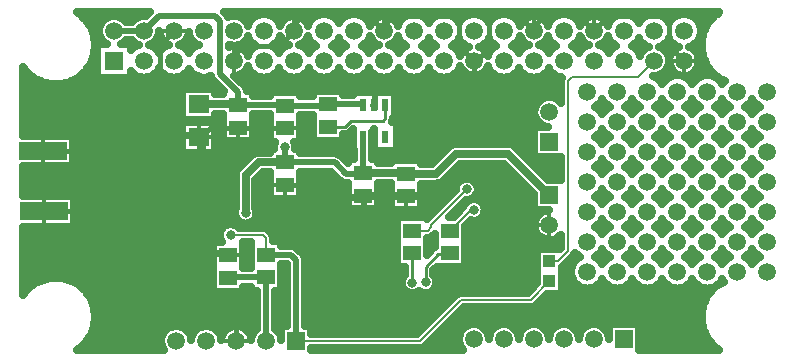
<source format=gbr>
G04 DipTrace 3.1.0.0*
G04 Bottom.gbr*
%MOMM*%
G04 #@! TF.FileFunction,Copper,L2,Bot*
G04 #@! TF.Part,Single*
G04 #@! TA.AperFunction,Conductor*
%ADD10C,0.254*%
%ADD15C,0.508*%
G04 #@! TA.AperFunction,CopperBalancing*
%ADD16C,0.635*%
G04 #@! TA.AperFunction,Conductor*
%ADD17C,0.381*%
%ADD18C,0.1778*%
G04 #@! TA.AperFunction,ViaPad*
%ADD20C,0.8*%
G04 #@! TA.AperFunction,CopperBalancing*
%ADD21C,0.33*%
%ADD22R,4.06X1.52*%
%ADD24R,1.5X1.3*%
%ADD25R,1.8X1.6*%
G04 #@! TA.AperFunction,ComponentPad*
%ADD26R,1.5X1.5*%
%ADD27C,1.5*%
%ADD28C,1.5*%
%ADD30R,1.0X1.1*%
%ADD38R,0.6X1.1*%
%FSLAX35Y35*%
G04*
G71*
G90*
G75*
G01*
G04 Bottom*
%LPD*%
X3287334Y2657334D2*
D15*
Y2786667D1*
X3132334Y1147001D2*
Y1680667D1*
X3129334Y1683667D1*
X2816001D1*
X2811667Y1679334D1*
X3949001Y2873001D2*
Y2569667D1*
X3952334Y2566334D1*
X3287334Y2657334D2*
X3711001D1*
X3807001Y2561334D1*
X3947334D1*
X3952334Y2566334D1*
D16*
X4306001D1*
X4312001Y2560334D1*
X4570334D1*
X4740001Y2730001D1*
X5180001D1*
X5530001Y2380001D1*
X2957334Y2230001D2*
Y2547334D1*
X3067334Y2657334D1*
X3287334D1*
X2878334Y1147001D2*
D17*
Y1301667D1*
X2600001Y1580001D1*
Y1700001D1*
Y1900001D1*
X2781001D1*
X2811667Y1869334D1*
X1200001Y1700001D2*
X1400001D1*
X1600001D1*
X1800001D1*
X2200001D1*
X2400001D1*
Y1900001D1*
X1200001D2*
X1400001D1*
X1600001D1*
X2200001D1*
X1600001Y2100001D2*
X2200001D1*
X2400001D1*
X2600001D1*
X1600001Y2300001D2*
X2200001D1*
X2400001D1*
X2600001D1*
Y2100001D1*
Y1900001D1*
X2400001D2*
Y2100001D1*
X2600001Y2700001D2*
Y2900001D1*
X2400001D1*
X2600001Y2700001D2*
Y2500001D1*
X1400001Y3300001D2*
X1600001D1*
X1800001D1*
Y3100001D1*
X2200001D1*
X1600001Y2900001D2*
X2000001D1*
X2200001D1*
X2400001D1*
X2200001Y3100001D2*
Y2900001D1*
X1600001Y2700001D2*
X2200001D1*
X2400001D1*
X2600001D1*
X2200001Y2500001D2*
X2400001D1*
X2600001D1*
Y2300001D1*
X2200001Y1900001D2*
X2400001D1*
X2600001D1*
X2400001Y1700001D2*
X2600001D1*
X1246334Y2242001D2*
X1542001D1*
X1600001Y2300001D1*
X1241334Y2751001D2*
X1549001D1*
X1600001Y2700001D1*
X2891001Y2952667D2*
X2652667D1*
X2600001Y2900001D1*
X2891001Y2952667D2*
X3285001D1*
X3288667Y2949001D1*
X3287334Y2467334D2*
X3572667D1*
X3680001Y2360001D1*
X3936001D1*
X3952334Y2376334D1*
X3840001Y1670001D2*
Y2100001D1*
X3960001Y2220001D1*
Y2368667D1*
X3952334Y2376334D1*
X2351667Y3771001D2*
X2351001D1*
X2230001Y3650001D1*
Y3070001D1*
X2400001Y2900001D1*
X2859667Y3517001D2*
Y3569667D1*
X2930001Y3640001D1*
X3236667D1*
X3367667Y3771001D1*
Y3827667D1*
X3450001Y3910001D1*
X3990667D1*
X4129667Y3771001D1*
Y3819667D1*
X4210001Y3900001D1*
X4730001D1*
X4760001Y3870001D1*
Y3648667D1*
X4891667Y3517001D1*
X4907001D1*
X5020001Y3630001D1*
Y3870001D1*
X5060001Y3910001D1*
X5260667D1*
X5399667Y3771001D1*
Y3809667D1*
X5500001Y3910001D1*
X5768667D1*
X5907667Y3771001D1*
Y3777667D1*
X6030001Y3900001D1*
X6520001D1*
X6540001Y3880001D1*
Y3646667D1*
X6669667Y3517001D1*
X4044001Y3143001D2*
X4027001D1*
X4050001Y3120001D1*
Y3300001D1*
X4320001D1*
X4610001Y3010001D1*
X4891667Y3517001D2*
Y3291667D1*
X4610001Y3010001D1*
X3952334Y2376334D2*
D16*
X4306001D1*
X4312001Y2370334D1*
X4480001D1*
X2000001Y3300001D2*
Y3100001D1*
X5530001Y2126001D2*
D18*
X5271361D1*
X4900691Y2496671D1*
X4606337D1*
X4480001Y2370334D1*
X3270001Y2450001D2*
D17*
X3287334Y2467334D1*
X4364001Y1890001D2*
D10*
X4370001D1*
Y1640001D1*
X4481334Y1641334D2*
Y1771334D1*
X4590001Y1880001D1*
X4698667D1*
X4688667Y1890001D1*
X3659001Y2958667D2*
X3797667D1*
X3847001Y3008001D1*
X4117001D1*
X4138667Y3029667D1*
Y3142667D1*
X4139001Y3143001D1*
X3129334Y1873667D2*
D15*
X3338667D1*
X3382334Y1830001D1*
Y1151001D1*
X3386334Y1147001D1*
X2831001Y2042334D2*
D18*
X3107001D1*
X3128001Y2021334D1*
Y1875001D1*
X3129334Y1873667D1*
X3386334Y1147001D2*
X4437001D1*
X4780001Y1490001D1*
X5370001D1*
X5530001Y1650001D1*
Y1820001D2*
X5600001D1*
X5690001Y1910001D1*
Y3350001D1*
X5720001Y3380001D1*
X6278667D1*
X6415667Y3517001D1*
X4890001Y2255001D2*
Y2281334D1*
X4688667Y2080001D1*
X4364001D2*
X4500001D1*
X4530001Y2110001D1*
Y2130001D1*
X4830001Y2430001D1*
X1843667Y3771001D2*
D15*
X2097667D1*
X2891001Y3142667D2*
X3285001D1*
X3288667Y3139001D1*
X3649334D1*
X3659001Y3148667D1*
X3943334D1*
X3949001Y3143001D1*
X2891001Y3142667D2*
Y3251001D1*
X2740001Y3402001D1*
Y3855667D1*
X2702001Y3893667D1*
X2220334D1*
X2097667Y3771001D1*
X2891001Y3142667D2*
D18*
Y3150001D1*
D16*
X2560001D1*
D20*
X3287334Y2786667D3*
X2957334Y2230001D3*
X3840001Y1670001D3*
X4610001Y3010001D3*
X4370001Y1640001D3*
X4481334Y1641334D3*
X2831001Y2042334D3*
X4890001Y2255001D3*
X4830001Y2430001D3*
X1600001Y2700001D3*
X2400001Y2500001D3*
X1600001Y2900001D3*
X2000001D3*
X2200001D3*
X2400001D3*
X2200001Y2700001D3*
Y2500001D3*
Y2300001D3*
Y2100001D3*
X2400001Y2700001D3*
X2200001Y1900001D3*
X1600001Y2300001D3*
X2200001Y1700001D3*
X1800001D3*
X1600001D3*
X1800001Y3100001D3*
X1400001Y1900001D3*
Y1700001D3*
X1600001Y2100001D3*
X1200001Y1900001D3*
Y1700001D3*
X2400001Y2300001D3*
Y2100001D3*
Y1900001D3*
Y1700001D3*
X1600001Y1900001D3*
Y3300001D3*
X1400001D3*
X1800001D3*
X2200001Y3100001D3*
X2600001Y2700001D3*
Y2500001D3*
Y2300001D3*
Y2100001D3*
Y1900001D3*
Y1700001D3*
X2000001Y3100001D3*
Y3300001D3*
X1800001Y2300001D3*
Y2100001D3*
Y1900001D3*
X2000001Y1700001D3*
X4480001Y2370334D3*
X1608964Y3864484D2*
D16*
X1751291D1*
X1936137D2*
X2005291D1*
X2952137D2*
X3000154D1*
X3227344D2*
X3275291D1*
X3460137D2*
X3508154D1*
X3735344D2*
X3762037D1*
X3989344D2*
X4037291D1*
X4222137D2*
X4270154D1*
X4497344D2*
X4524037D1*
X4751344D2*
X4778037D1*
X5005344D2*
X5032037D1*
X5259344D2*
X5307291D1*
X5492137D2*
X5540154D1*
X5767344D2*
X5815291D1*
X6000137D2*
X6048154D1*
X6275344D2*
X6302037D1*
X6529344D2*
X6556037D1*
X6783344D2*
X6890701D1*
X1651254Y3801317D2*
X1713961D1*
X6815094D2*
X6848407D1*
X1676061Y3738151D2*
X1714581D1*
X1687097Y3674984D2*
X1754144D1*
X1933284D2*
X2008144D1*
X2187284D2*
X2262144D1*
X2441284D2*
X2516144D1*
X2949284D2*
X3002317D1*
X3224987D2*
X3278144D1*
X3457284D2*
X3510317D1*
X3732987D2*
X3764317D1*
X3986987D2*
X4040144D1*
X4219284D2*
X4272317D1*
X4494987D2*
X4526317D1*
X4748987D2*
X4780317D1*
X5002987D2*
X5034317D1*
X5256987D2*
X5310144D1*
X5489284D2*
X5542317D1*
X5764987D2*
X5818144D1*
X5997284D2*
X6050317D1*
X6272987D2*
X6304317D1*
X6526987D2*
X6558317D1*
X6780987D2*
X6812491D1*
X2210104Y3611817D2*
X2239141D1*
X2464104D2*
X2493141D1*
X2950647D2*
X3001201D1*
X3226104D2*
X3255141D1*
X3480104D2*
X3509141D1*
X3734104D2*
X3763141D1*
X3988104D2*
X4017141D1*
X4242104D2*
X4271141D1*
X4496104D2*
X4525141D1*
X4750104D2*
X4800781D1*
X4982647D2*
X5033201D1*
X5258104D2*
X5287141D1*
X5512104D2*
X5541141D1*
X5766104D2*
X5795141D1*
X6020104D2*
X6049141D1*
X6274104D2*
X6324781D1*
X6506647D2*
X6578781D1*
X6760647D2*
X6813681D1*
X1672464Y3548651D2*
X1694961D1*
X6799097D2*
X6827137D1*
X1644804Y3485484D2*
X1694984D1*
X6799097D2*
X6854857D1*
X1078764Y3422317D2*
X1100881D1*
X1598421D2*
X1694984D1*
X2210227D2*
X2239147D1*
X2464227D2*
X2493147D1*
X2950774D2*
X3001077D1*
X3226227D2*
X3255147D1*
X3480227D2*
X3509147D1*
X3734227D2*
X3763147D1*
X3988227D2*
X4017147D1*
X4242227D2*
X4271147D1*
X4496227D2*
X4525147D1*
X4750227D2*
X4800534D1*
X4982774D2*
X5033077D1*
X5258227D2*
X5287147D1*
X5512227D2*
X5541147D1*
X6506774D2*
X6578534D1*
X6760774D2*
X6901241D1*
X1078764Y3359151D2*
X1181901D1*
X1517434D2*
X2669191D1*
X2898684D2*
X5623427D1*
X6464357D2*
X6509701D1*
X6718357D2*
X6763701D1*
X1078764Y3295984D2*
X2730211D1*
X2960321D2*
X5622684D1*
X1078764Y3232817D2*
X2411594D1*
X3024444D2*
X3155237D1*
X3422061D2*
X3525571D1*
X3792394D2*
X3860557D1*
X4227471D2*
X5622684D1*
X1078764Y3169651D2*
X2411594D1*
X4227471D2*
X5429827D1*
X1078764Y3106484D2*
X2411594D1*
X4227471D2*
X5398574D1*
X5954991D2*
X6003064D1*
X6208991D2*
X6257064D1*
X6462991D2*
X6511064D1*
X6716991D2*
X6765064D1*
X6970991D2*
X7019064D1*
X7224991D2*
X7273064D1*
X1078764Y3043317D2*
X2411594D1*
X2708431D2*
X2757617D1*
X3024444D2*
X3155237D1*
X3422061D2*
X3525571D1*
X4227471D2*
X5403287D1*
X1078764Y2980151D2*
X2411594D1*
X2708431D2*
X2757617D1*
X3024444D2*
X3155237D1*
X3422061D2*
X3525571D1*
X4242601D2*
X5450414D1*
X1078764Y2916984D2*
X2411594D1*
X2708431D2*
X2757617D1*
X3024444D2*
X3155237D1*
X3422061D2*
X3525571D1*
X4242601D2*
X5396591D1*
X1502797Y2853817D2*
X2411594D1*
X2708431D2*
X2757617D1*
X3024444D2*
X3155237D1*
X3422061D2*
X3525571D1*
X3792394D2*
X3860557D1*
X4242601D2*
X5396591D1*
X5953504D2*
X6004551D1*
X6207504D2*
X6258551D1*
X6461504D2*
X6512551D1*
X6715504D2*
X6766551D1*
X6969504D2*
X7020551D1*
X7223504D2*
X7274551D1*
X1502797Y2790651D2*
X2411594D1*
X2708431D2*
X3188971D1*
X3385724D2*
X3860557D1*
X4242601D2*
X4675887D1*
X5244214D2*
X5396591D1*
X1502797Y2727484D2*
X3015214D1*
X3750104D2*
X3865271D1*
X4032754D2*
X4612637D1*
X5307341D2*
X5396591D1*
X1502797Y2664317D2*
X2949484D1*
X4085711D2*
X4178554D1*
X4445377D2*
X4549507D1*
X5370471D2*
X5622684D1*
X1078764Y2601151D2*
X2886727D1*
X4735967D2*
X5184014D1*
X5433721D2*
X5622684D1*
X5952014D2*
X6006041D1*
X6206014D2*
X6260041D1*
X6460014D2*
X6514041D1*
X6714014D2*
X6768041D1*
X6968014D2*
X7022041D1*
X7222014D2*
X7276041D1*
X1078764Y2537984D2*
X2867254D1*
X3072811D2*
X3153874D1*
X3420697D2*
X3714461D1*
X4672837D2*
X5247141D1*
X5496851D2*
X5622684D1*
X1078764Y2474817D2*
X2867254D1*
X3047511D2*
X3153874D1*
X3420697D2*
X3818887D1*
X4085711D2*
X4178554D1*
X4445377D2*
X4743234D1*
X4916791D2*
X5310394D1*
X1078764Y2411651D2*
X2867254D1*
X3047511D2*
X3153874D1*
X3420697D2*
X3818887D1*
X4085711D2*
X4178554D1*
X4445377D2*
X4719174D1*
X4926591D2*
X5373521D1*
X1507761Y2348484D2*
X2867254D1*
X3047511D2*
X3818887D1*
X4085711D2*
X4178554D1*
X4445377D2*
X4655921D1*
X4879087D2*
X5396591D1*
X5950404D2*
X6007527D1*
X6204404D2*
X6261527D1*
X6458404D2*
X6515527D1*
X6712404D2*
X6769527D1*
X6966404D2*
X7023527D1*
X7220404D2*
X7277527D1*
X1507761Y2285317D2*
X2867254D1*
X3047511D2*
X3818887D1*
X4085711D2*
X4178554D1*
X4445377D2*
X4592794D1*
X4983267D2*
X5396591D1*
X1507761Y2222151D2*
X2859194D1*
X3055447D2*
X4529664D1*
X4714634D2*
X4738244D1*
X4982401D2*
X5440617D1*
X1507761Y2158984D2*
X2892431D1*
X3022334D2*
X4230521D1*
X4860114D2*
X5400931D1*
X1078764Y2095817D2*
X2749681D1*
X3142514D2*
X4230521D1*
X4822037D2*
X5400187D1*
X5948791D2*
X6009141D1*
X6202791D2*
X6263141D1*
X6456791D2*
X6517141D1*
X6710791D2*
X6771141D1*
X6964791D2*
X7025141D1*
X7218791D2*
X7279141D1*
X1078764Y2032651D2*
X2733061D1*
X3194231D2*
X4230521D1*
X4822037D2*
X5437394D1*
X1078764Y1969484D2*
X2678244D1*
X2945067D2*
X2995867D1*
X3262814D2*
X4230521D1*
X4497467D2*
X4555214D1*
X4822037D2*
X5622684D1*
X1078764Y1906317D2*
X2678244D1*
X2945067D2*
X2995867D1*
X3421937D2*
X4230521D1*
X4497467D2*
X4518471D1*
X4822037D2*
X5421641D1*
X1078764Y1843151D2*
X2678244D1*
X2945067D2*
X2995867D1*
X3464974D2*
X4230521D1*
X4822037D2*
X5421641D1*
X5715627D2*
X5756877D1*
X5947177D2*
X6010754D1*
X6201177D2*
X6264754D1*
X6455177D2*
X6518754D1*
X6709177D2*
X6772754D1*
X6963177D2*
X7026754D1*
X7217177D2*
X7280754D1*
X1078764Y1779984D2*
X2678244D1*
X2945067D2*
X2995867D1*
X3262814D2*
X3298607D1*
X3466091D2*
X4230521D1*
X4822037D2*
X5421641D1*
X5652501D2*
X5711734D1*
X1078764Y1716817D2*
X2678244D1*
X3262814D2*
X3298607D1*
X3466091D2*
X4298857D1*
X4552411D2*
X5421641D1*
X5638361D2*
X5704167D1*
X1078764Y1653651D2*
X1211171D1*
X1488164D2*
X2678244D1*
X3262814D2*
X3298607D1*
X3466091D2*
X4272564D1*
X4578951D2*
X5421641D1*
X5638361D2*
X5726864D1*
X1078764Y1590484D2*
X1115251D1*
X1584034D2*
X2678244D1*
X2945067D2*
X2995867D1*
X3262814D2*
X3298607D1*
X3466091D2*
X4286084D1*
X4564441D2*
X5377984D1*
X5638361D2*
X5830794D1*
X5873261D2*
X6084794D1*
X6127261D2*
X6338794D1*
X6381261D2*
X6592794D1*
X6635261D2*
X6846794D1*
X6889261D2*
X6915684D1*
X1636124Y1527317D2*
X3048577D1*
X3216184D2*
X3298607D1*
X3466091D2*
X4724754D1*
X5499827D2*
X6863414D1*
X1667501Y1464151D2*
X3048577D1*
X3216184D2*
X3298607D1*
X3466091D2*
X4661627D1*
X5436697D2*
X6831911D1*
X1683997Y1400984D2*
X3048577D1*
X3216184D2*
X3298607D1*
X3466091D2*
X4598497D1*
X4783467D2*
X6815417D1*
X1687967Y1337817D2*
X3048577D1*
X3216184D2*
X3298607D1*
X3466091D2*
X4535247D1*
X4720337D2*
X6811447D1*
X1679657Y1274651D2*
X3048577D1*
X3216184D2*
X3298607D1*
X3466091D2*
X4472117D1*
X4657211D2*
X4828811D1*
X4951147D2*
X5082811D1*
X5205147D2*
X5336811D1*
X5459147D2*
X5590811D1*
X5713147D2*
X5844811D1*
X5967147D2*
X6026627D1*
X6293451D2*
X6819634D1*
X1658324Y1211484D2*
X2254454D1*
X2486181D2*
X2508587D1*
X2740181D2*
X2762587D1*
X2994181D2*
X3016587D1*
X3519791D2*
X4408991D1*
X4593957D2*
X4767417D1*
X6293451D2*
X6840841D1*
X1620621Y1148317D2*
X2236967D1*
X4530831D2*
X4757124D1*
X6293451D2*
X6878421D1*
X1557617Y1085151D2*
X2252967D1*
X3519791D2*
X4780937D1*
X6293451D2*
X6941177D1*
X1072301Y2370071D2*
X1501404D1*
Y2113931D1*
X1072307D1*
X1072351Y1531764D1*
X1097151Y1564671D1*
X1114847Y1583821D1*
X1133997Y1601517D1*
X1154474Y1617661D1*
X1176154Y1632147D1*
X1198904Y1644891D1*
X1222584Y1655804D1*
X1247047Y1664831D1*
X1272144Y1671907D1*
X1297717Y1676994D1*
X1323614Y1680061D1*
X1349667Y1681084D1*
X1375721Y1680061D1*
X1401617Y1676994D1*
X1427191Y1671907D1*
X1452287Y1664831D1*
X1476751Y1655804D1*
X1500431Y1644891D1*
X1523181Y1632147D1*
X1544861Y1617661D1*
X1565337Y1601517D1*
X1584487Y1583821D1*
X1602184Y1564671D1*
X1618327Y1544194D1*
X1632814Y1522514D1*
X1645557Y1499764D1*
X1656471Y1476084D1*
X1665497Y1451621D1*
X1672574Y1426524D1*
X1677661Y1400951D1*
X1680727Y1375054D1*
X1681751Y1349001D1*
X1680727Y1322947D1*
X1677661Y1297051D1*
X1672574Y1271477D1*
X1665497Y1246381D1*
X1656471Y1221917D1*
X1645557Y1198237D1*
X1632814Y1175487D1*
X1618327Y1153807D1*
X1602184Y1133331D1*
X1584487Y1114181D1*
X1565337Y1096484D1*
X1532921Y1072361D1*
X2267437Y1072351D1*
X2257114Y1089311D1*
X2249484Y1107734D1*
X2244827Y1127124D1*
X2243264Y1147001D1*
X2244827Y1166877D1*
X2249484Y1186267D1*
X2257114Y1204691D1*
X2267531Y1221691D1*
X2280481Y1236854D1*
X2295644Y1249804D1*
X2312644Y1260221D1*
X2331067Y1267851D1*
X2350457Y1272507D1*
X2370334Y1274071D1*
X2390211Y1272507D1*
X2409601Y1267851D1*
X2428024Y1260221D1*
X2445024Y1249804D1*
X2460187Y1236854D1*
X2473137Y1221691D1*
X2483554Y1204691D1*
X2491184Y1186267D1*
X2495841Y1166877D1*
X2497294Y1149767D1*
X2498827Y1166877D1*
X2503484Y1186267D1*
X2511114Y1204691D1*
X2521531Y1221691D1*
X2534481Y1236854D1*
X2549644Y1249804D1*
X2566644Y1260221D1*
X2585067Y1267851D1*
X2604457Y1272507D1*
X2624334Y1274071D1*
X2644211Y1272507D1*
X2663601Y1267851D1*
X2682024Y1260221D1*
X2699024Y1249804D1*
X2714187Y1236854D1*
X2727137Y1221691D1*
X2737554Y1204691D1*
X2745184Y1186267D1*
X2749841Y1166877D1*
X2751294Y1149767D1*
X2752817Y1166817D1*
X2757187Y1185341D1*
X2764271Y1203004D1*
X2773917Y1219414D1*
X2785901Y1234197D1*
X2799961Y1247024D1*
X2815781Y1257607D1*
X2833001Y1265711D1*
X2851241Y1271147D1*
X2870087Y1273804D1*
X2889117Y1273611D1*
X2907907Y1270581D1*
X2926034Y1264777D1*
X2943087Y1256334D1*
X2958691Y1245434D1*
X2972494Y1232331D1*
X2984181Y1217307D1*
X2993494Y1200711D1*
X3000224Y1182911D1*
X3004221Y1164301D1*
X3005331Y1151054D1*
X3006827Y1166877D1*
X3011484Y1186267D1*
X3019114Y1204691D1*
X3029531Y1221691D1*
X3042481Y1236854D1*
X3054921Y1247654D1*
X3054864Y1566571D1*
X3002264Y1566597D1*
Y1606161D1*
X2938737Y1605904D1*
Y1562264D1*
X2684597D1*
Y1986404D1*
X2757847D1*
X2748967Y2000534D1*
X2743437Y2013884D1*
X2740064Y2027931D1*
X2738931Y2042334D1*
X2740064Y2056737D1*
X2743437Y2070784D1*
X2748967Y2084134D1*
X2756514Y2096451D1*
X2765897Y2107437D1*
X2776884Y2116821D1*
X2789201Y2124367D1*
X2802551Y2129897D1*
X2816597Y2133271D1*
X2831001Y2134404D1*
X2845404Y2133271D1*
X2859451Y2129897D1*
X2872801Y2124367D1*
X2885117Y2116821D1*
X2899957Y2103271D1*
X3116537Y2102544D1*
X3130331Y2098654D1*
X3142831Y2091651D1*
X3150107Y2085441D1*
X3177317Y2057164D1*
X3184321Y2044664D1*
X3188211Y2030871D1*
X3188961Y2021334D1*
Y1990701D1*
X3256404Y1990737D1*
Y1951174D1*
X3344744Y1950897D1*
X3362607Y1947347D1*
X3379144Y1939721D1*
X3393447Y1928447D1*
X3394011Y1927837D1*
X3441244Y1880314D1*
X3451361Y1865171D1*
X3457664Y1848087D1*
X3459804Y1830001D1*
X3459771Y1829171D1*
X3459804Y1274004D1*
X3513404Y1274071D1*
Y1207967D1*
X4411884Y1207961D1*
X4740411Y1536354D1*
X4752324Y1544317D1*
X4765771Y1549277D1*
X4780841Y1550927D1*
X5344681Y1550961D1*
X5428011Y1634221D1*
X5427931Y1927071D1*
X5620934D1*
X5629071Y1935281D1*
X5629041Y2046304D1*
X5613911Y2030574D1*
X5598717Y2019114D1*
X5581981Y2010047D1*
X5564081Y2003587D1*
X5545414Y1999867D1*
X5526401Y1998981D1*
X5507471Y2000944D1*
X5489047Y2005711D1*
X5471541Y2013177D1*
X5455344Y2023174D1*
X5440824Y2035477D1*
X5428304Y2049814D1*
X5418067Y2065857D1*
X5410337Y2083251D1*
X5405294Y2101601D1*
X5403051Y2120501D1*
X5403651Y2139524D1*
X5407091Y2158241D1*
X5413284Y2176237D1*
X5422094Y2193107D1*
X5433327Y2208471D1*
X5446731Y2221984D1*
X5462001Y2233344D1*
X5478794Y2242297D1*
X5496741Y2248641D1*
X5515431Y2252234D1*
X5524951Y2252931D1*
X5402931D1*
Y2388487D1*
X5145284Y2646177D1*
X4774567Y2646181D1*
X4624771Y2496597D1*
X4608387Y2485651D1*
X4589901Y2478831D1*
X4570334Y2476514D1*
X4569487Y2476547D1*
X4438994Y2476514D1*
X4439071Y2253264D1*
X4184931D1*
Y2482534D1*
X4079411Y2482514D1*
X4079404Y2259264D1*
X3825264D1*
Y2483867D1*
X3794881Y2484817D1*
X3777354Y2489761D1*
X3761464Y2498661D1*
X3752221Y2506554D1*
X3678817Y2579957D1*
X3414461Y2579864D1*
X3414404Y2350264D1*
X3160264D1*
Y2573627D1*
X3101917Y2573514D1*
X3041097Y2512557D1*
X3041154Y2268157D1*
X3046861Y2251494D1*
X3049121Y2237224D1*
Y2222777D1*
X3046861Y2208507D1*
X3042394Y2194767D1*
X3035837Y2181894D1*
X3027344Y2170207D1*
X3017127Y2159991D1*
X3005441Y2151497D1*
X2992567Y2144941D1*
X2978827Y2140474D1*
X2964557Y2138214D1*
X2950111D1*
X2935841Y2140474D1*
X2922101Y2144941D1*
X2909227Y2151497D1*
X2897541Y2159991D1*
X2887324Y2170207D1*
X2878831Y2181894D1*
X2872274Y2194767D1*
X2867807Y2208507D1*
X2865547Y2222777D1*
Y2237224D1*
X2867807Y2251494D1*
X2873537Y2267977D1*
X2873771Y2553911D1*
X2877617Y2573237D1*
X2885864Y2591131D1*
X2898064Y2606604D1*
X2898687Y2607181D1*
X3012897Y2721071D1*
X3029281Y2732017D1*
X3047767Y2738837D1*
X3067334Y2741154D1*
X3068181Y2741121D1*
X3160227Y2741154D1*
X3160264Y2774404D1*
X3196107D1*
X3195547Y2793891D1*
X3197807Y2808161D1*
X3202274Y2821901D1*
X3207244Y2831941D1*
X3161597Y2831931D1*
Y3065227D1*
X3017977Y3065197D1*
X3018071Y2835597D1*
X2763931D1*
Y3066154D1*
X2702114Y3066181D1*
X2702071Y3017931D1*
X2417931D1*
Y3282071D1*
X2702071D1*
Y3233824D1*
X2764021Y3233821D1*
X2763931Y3259737D1*
X2772737D1*
X2681091Y3351687D1*
X2670974Y3366831D1*
X2664671Y3383914D1*
X2664471Y3384917D1*
X2664671Y3383914D1*
X2664471Y3384917D1*
X2660121Y3385541D1*
X2638884Y3378641D1*
X2616831Y3375151D1*
X2594504D1*
X2572451Y3378641D1*
X2551214Y3385541D1*
X2531321Y3395677D1*
X2513257Y3408804D1*
X2497471Y3424591D1*
X2484344Y3442654D1*
X2478447Y3452404D1*
X2466784Y3433364D1*
X2452281Y3416387D1*
X2435304Y3401884D1*
X2416264Y3390221D1*
X2395637Y3381674D1*
X2373927Y3376464D1*
X2351667Y3374711D1*
X2329407Y3376464D1*
X2307697Y3381674D1*
X2287071Y3390221D1*
X2268031Y3401884D1*
X2251054Y3416387D1*
X2236551Y3433364D1*
X2224684Y3452837D1*
X2212784Y3433364D1*
X2198281Y3416387D1*
X2181304Y3401884D1*
X2162264Y3390221D1*
X2141637Y3381674D1*
X2119927Y3376464D1*
X2097667Y3374711D1*
X2075407Y3376464D1*
X2053697Y3381674D1*
X2033071Y3390221D1*
X2014031Y3401884D1*
X1997054Y3416387D1*
X1985984Y3429011D1*
X1985957Y3374711D1*
X1701377D1*
Y3659291D1*
X1783111D1*
X1768977Y3668197D1*
X1753814Y3681147D1*
X1740864Y3696311D1*
X1730447Y3713311D1*
X1722817Y3731734D1*
X1718161Y3751124D1*
X1716597Y3771001D1*
X1718161Y3790877D1*
X1722817Y3810267D1*
X1730447Y3828691D1*
X1740864Y3845691D1*
X1753814Y3860854D1*
X1768977Y3873804D1*
X1785977Y3884221D1*
X1804401Y3891851D1*
X1823791Y3896507D1*
X1843667Y3898071D1*
X1863544Y3896507D1*
X1882934Y3891851D1*
X1901357Y3884221D1*
X1918357Y3873804D1*
X1933521Y3860854D1*
X1944321Y3848414D1*
X1996837Y3848471D1*
X2007814Y3860854D1*
X2022977Y3873804D1*
X2039977Y3884221D1*
X2058401Y3891851D1*
X2077791Y3896507D1*
X2097667Y3898071D1*
X2114101Y3896914D1*
X2144704Y3927597D1*
X1530837Y3927651D1*
X1565337Y3901851D1*
X1584487Y3884154D1*
X1602184Y3865004D1*
X1618327Y3844527D1*
X1632814Y3822847D1*
X1645557Y3800097D1*
X1656471Y3776417D1*
X1665497Y3751954D1*
X1672574Y3726857D1*
X1677661Y3701284D1*
X1680727Y3675387D1*
X1681751Y3649334D1*
X1680727Y3623281D1*
X1677661Y3597384D1*
X1672574Y3571811D1*
X1665497Y3546714D1*
X1656471Y3522251D1*
X1645557Y3498571D1*
X1632814Y3475821D1*
X1618327Y3454141D1*
X1602184Y3433664D1*
X1584487Y3414514D1*
X1565337Y3396817D1*
X1544861Y3380674D1*
X1523181Y3366187D1*
X1500431Y3353444D1*
X1476751Y3342531D1*
X1452287Y3333504D1*
X1427191Y3326427D1*
X1401617Y3321341D1*
X1375721Y3318274D1*
X1349667Y3317251D1*
X1323614Y3318274D1*
X1297717Y3321341D1*
X1272144Y3326427D1*
X1247047Y3333504D1*
X1222584Y3342531D1*
X1198904Y3353444D1*
X1176154Y3366187D1*
X1154474Y3380674D1*
X1133997Y3396817D1*
X1114847Y3414514D1*
X1097151Y3433664D1*
X1072347Y3467097D1*
X1072354Y2879154D1*
X1496404Y2879071D1*
Y2622931D1*
X1072317D1*
X1072351Y2370164D1*
X2967951Y3259737D2*
X3018071D1*
Y3220174D1*
X3161497Y3220137D1*
X3161597Y3256071D1*
X3415737D1*
Y3216507D1*
X3531877Y3216471D1*
X3531931Y3265737D1*
X3786071D1*
Y3226174D1*
X3866931Y3226431D1*
Y3250071D1*
X4221071D1*
Y3035931D1*
X4203337D1*
X4202641Y3019534D1*
X4198507Y3004881D1*
X4193527Y2995281D1*
X4236291Y2995291D1*
Y2750711D1*
X4041711D1*
Y2943317D1*
X4031071Y2916571D1*
Y2765931D1*
X4026484D1*
X4026471Y2683367D1*
X4079404Y2683404D1*
Y2650041D1*
X4184877Y2650154D1*
X4184931Y2677404D1*
X4439071D1*
Y2644041D1*
X4535614Y2644154D1*
X4685564Y2793737D1*
X4701947Y2804684D1*
X4720434Y2811504D1*
X4740001Y2813821D1*
X4740847Y2813787D1*
X5186577Y2813564D1*
X5205904Y2809717D1*
X5223797Y2801471D1*
X5239271Y2789271D1*
X5239847Y2788647D1*
X5521394Y2507147D1*
X5629027Y2507071D1*
X5629041Y2702884D1*
X5402931Y2702931D1*
Y2957071D1*
X5520031Y2957324D1*
X5500337Y2960441D1*
X5481374Y2966604D1*
X5463607Y2975657D1*
X5447474Y2987377D1*
X5433377Y3001474D1*
X5421657Y3017607D1*
X5412604Y3035374D1*
X5406441Y3054337D1*
X5403324Y3074031D1*
Y3093971D1*
X5406441Y3113664D1*
X5412604Y3132627D1*
X5421657Y3150394D1*
X5433377Y3166527D1*
X5447474Y3180624D1*
X5463607Y3192344D1*
X5481374Y3201397D1*
X5500337Y3207561D1*
X5520031Y3210677D1*
X5539971D1*
X5559664Y3207561D1*
X5578627Y3201397D1*
X5596394Y3192344D1*
X5612527Y3180624D1*
X5629064Y3163434D1*
X5629791Y3359537D1*
X5634157Y3374364D1*
X5631407Y3376464D1*
X5609697Y3381674D1*
X5589071Y3390221D1*
X5570031Y3401884D1*
X5553054Y3416387D1*
X5538551Y3433364D1*
X5526684Y3452837D1*
X5514784Y3433364D1*
X5500281Y3416387D1*
X5483304Y3401884D1*
X5464264Y3390221D1*
X5443637Y3381674D1*
X5421927Y3376464D1*
X5399667Y3374711D1*
X5377407Y3376464D1*
X5355697Y3381674D1*
X5335071Y3390221D1*
X5316031Y3401884D1*
X5299054Y3416387D1*
X5284551Y3433364D1*
X5272684Y3452837D1*
X5260784Y3433364D1*
X5246281Y3416387D1*
X5229304Y3401884D1*
X5210264Y3390221D1*
X5189637Y3381674D1*
X5167927Y3376464D1*
X5145667Y3374711D1*
X5123407Y3376464D1*
X5101697Y3381674D1*
X5081071Y3390221D1*
X5062031Y3401884D1*
X5045054Y3416387D1*
X5030551Y3433364D1*
X5018887Y3452404D1*
X5010597Y3472334D1*
X5003197Y3456111D1*
X4992854Y3440137D1*
X4980237Y3425884D1*
X4965637Y3413677D1*
X4949374Y3403791D1*
X4931817Y3396441D1*
X4913361Y3391797D1*
X4894417Y3389961D1*
X4875414Y3390974D1*
X4856774Y3394817D1*
X4838914Y3401397D1*
X4822241Y3410574D1*
X4807124Y3422137D1*
X4793904Y3435827D1*
X4782877Y3451341D1*
X4774291Y3468324D1*
X4772764Y3472281D1*
X4764447Y3452404D1*
X4752784Y3433364D1*
X4738281Y3416387D1*
X4721304Y3401884D1*
X4702264Y3390221D1*
X4681637Y3381674D1*
X4659927Y3376464D1*
X4637667Y3374711D1*
X4615407Y3376464D1*
X4593697Y3381674D1*
X4573071Y3390221D1*
X4554031Y3401884D1*
X4537054Y3416387D1*
X4522551Y3433364D1*
X4510684Y3452837D1*
X4498784Y3433364D1*
X4484281Y3416387D1*
X4467304Y3401884D1*
X4448264Y3390221D1*
X4427637Y3381674D1*
X4405927Y3376464D1*
X4383667Y3374711D1*
X4361407Y3376464D1*
X4339697Y3381674D1*
X4319071Y3390221D1*
X4300031Y3401884D1*
X4283054Y3416387D1*
X4268551Y3433364D1*
X4256684Y3452837D1*
X4244784Y3433364D1*
X4230281Y3416387D1*
X4213304Y3401884D1*
X4194264Y3390221D1*
X4173637Y3381674D1*
X4151927Y3376464D1*
X4129667Y3374711D1*
X4107407Y3376464D1*
X4085697Y3381674D1*
X4065071Y3390221D1*
X4046031Y3401884D1*
X4029054Y3416387D1*
X4014551Y3433364D1*
X4002684Y3452837D1*
X3990784Y3433364D1*
X3976281Y3416387D1*
X3959304Y3401884D1*
X3940264Y3390221D1*
X3919637Y3381674D1*
X3897927Y3376464D1*
X3875667Y3374711D1*
X3853407Y3376464D1*
X3831697Y3381674D1*
X3811071Y3390221D1*
X3792031Y3401884D1*
X3775054Y3416387D1*
X3760551Y3433364D1*
X3748684Y3452837D1*
X3736784Y3433364D1*
X3722281Y3416387D1*
X3705304Y3401884D1*
X3686264Y3390221D1*
X3665637Y3381674D1*
X3643927Y3376464D1*
X3621667Y3374711D1*
X3599407Y3376464D1*
X3577697Y3381674D1*
X3557071Y3390221D1*
X3538031Y3401884D1*
X3521054Y3416387D1*
X3506551Y3433364D1*
X3494684Y3452837D1*
X3482784Y3433364D1*
X3468281Y3416387D1*
X3451304Y3401884D1*
X3432264Y3390221D1*
X3411637Y3381674D1*
X3389927Y3376464D1*
X3367667Y3374711D1*
X3345407Y3376464D1*
X3323697Y3381674D1*
X3303071Y3390221D1*
X3284031Y3401884D1*
X3267054Y3416387D1*
X3252551Y3433364D1*
X3240684Y3452837D1*
X3228784Y3433364D1*
X3214281Y3416387D1*
X3197304Y3401884D1*
X3178264Y3390221D1*
X3157637Y3381674D1*
X3135927Y3376464D1*
X3113667Y3374711D1*
X3091407Y3376464D1*
X3069697Y3381674D1*
X3049071Y3390221D1*
X3030031Y3401884D1*
X3013054Y3416387D1*
X2998551Y3433364D1*
X2986887Y3452404D1*
X2978597Y3472334D1*
X2971197Y3456111D1*
X2960854Y3440137D1*
X2948237Y3425884D1*
X2933637Y3413677D1*
X2917374Y3403791D1*
X2899817Y3396441D1*
X2881361Y3391797D1*
X2861551Y3389964D1*
X2949911Y3301314D1*
X2960027Y3286171D1*
X2966331Y3269087D1*
X2967637Y3262104D1*
X3415737Y3061477D2*
Y2831931D1*
X3367494D1*
X3374897Y2815117D1*
X3378271Y2801071D1*
X3379404Y2786667D1*
X3378527Y2774424D1*
X3414404Y2774404D1*
Y2734841D1*
X3717077Y2734564D1*
X3734941Y2731014D1*
X3751477Y2723387D1*
X3765781Y2712114D1*
X3766344Y2711504D1*
X3825327Y2652567D1*
X3825264Y2683404D1*
X3871524D1*
X3871531Y2765997D1*
X3866931Y2765931D1*
Y2936461D1*
X3835737Y2906267D1*
X3822454Y2898827D1*
X3807801Y2894694D1*
X3797667Y2893897D1*
X3786134D1*
X3786071Y2841597D1*
X3531931D1*
Y3061491D1*
X3415797Y3061531D1*
X3415737Y3021621D1*
X2938737Y1796404D2*
Y1761104D1*
X3002161Y1761137D1*
X3002264Y1981401D1*
X2938701Y1981374D1*
X2938737Y1764154D1*
X2424281Y3002071D2*
X2702071D1*
Y2737931D1*
X2417931D1*
Y3002071D1*
X2424281D1*
X7012834Y3347177D2*
X6976487Y3366187D1*
X6954807Y3380674D1*
X6934331Y3396817D1*
X6915181Y3414514D1*
X6897484Y3433664D1*
X6881341Y3454141D1*
X6866854Y3475821D1*
X6854111Y3498571D1*
X6843197Y3522251D1*
X6834171Y3546714D1*
X6827094Y3571811D1*
X6822007Y3597384D1*
X6818941Y3623281D1*
X6817917Y3649334D1*
X6818941Y3675387D1*
X6822007Y3701284D1*
X6827094Y3726857D1*
X6834171Y3751954D1*
X6843197Y3776417D1*
X6854111Y3800097D1*
X6866854Y3822847D1*
X6881341Y3844527D1*
X6897484Y3865004D1*
X6915181Y3884154D1*
X6934331Y3901851D1*
X6954807Y3917994D1*
X6969287Y3927671D1*
X2777521Y3927651D1*
X2798911Y3905981D1*
X2809027Y3890837D1*
X2809454Y3889911D1*
X2809027Y3890837D1*
X2811041Y3888397D1*
X2830004Y3894561D1*
X2849697Y3897677D1*
X2869637D1*
X2889331Y3894561D1*
X2908294Y3888397D1*
X2926061Y3879344D1*
X2942194Y3867624D1*
X2956291Y3853527D1*
X2968011Y3837394D1*
X2977064Y3819627D1*
X2978561Y3815571D1*
X2986887Y3835597D1*
X2998551Y3854637D1*
X3013054Y3871614D1*
X3030031Y3886117D1*
X3049071Y3897781D1*
X3069697Y3906327D1*
X3091407Y3911537D1*
X3113667Y3913291D1*
X3135927Y3911537D1*
X3157637Y3906327D1*
X3178264Y3897781D1*
X3197304Y3886117D1*
X3214281Y3871614D1*
X3228784Y3854637D1*
X3240447Y3835597D1*
X3248737Y3815667D1*
X3256544Y3832634D1*
X3266997Y3848537D1*
X3279707Y3862704D1*
X3294391Y3874814D1*
X3310717Y3884594D1*
X3328321Y3891827D1*
X3346807Y3896347D1*
X3365764Y3898057D1*
X3384761Y3896914D1*
X3403377Y3892951D1*
X3421191Y3886247D1*
X3437804Y3876961D1*
X3452841Y3865297D1*
X3465971Y3851521D1*
X3476894Y3835934D1*
X3486587Y3815667D1*
X3494887Y3835597D1*
X3506551Y3854637D1*
X3521054Y3871614D1*
X3538031Y3886117D1*
X3557071Y3897781D1*
X3577697Y3906327D1*
X3599407Y3911537D1*
X3621667Y3913291D1*
X3643927Y3911537D1*
X3665637Y3906327D1*
X3686264Y3897781D1*
X3705304Y3886117D1*
X3722281Y3871614D1*
X3736784Y3854637D1*
X3748651Y3835164D1*
X3760551Y3854637D1*
X3775054Y3871614D1*
X3792031Y3886117D1*
X3811071Y3897781D1*
X3831697Y3906327D1*
X3853407Y3911537D1*
X3875667Y3913291D1*
X3897927Y3911537D1*
X3919637Y3906327D1*
X3940264Y3897781D1*
X3959304Y3886117D1*
X3976281Y3871614D1*
X3990784Y3854637D1*
X4002447Y3835597D1*
X4010737Y3815667D1*
X4018544Y3832634D1*
X4028997Y3848537D1*
X4041707Y3862704D1*
X4056391Y3874814D1*
X4072717Y3884594D1*
X4090321Y3891827D1*
X4108807Y3896347D1*
X4127764Y3898057D1*
X4146761Y3896914D1*
X4165377Y3892951D1*
X4183191Y3886247D1*
X4199804Y3876961D1*
X4214841Y3865297D1*
X4227971Y3851521D1*
X4238894Y3835934D1*
X4248587Y3815667D1*
X4256887Y3835597D1*
X4268551Y3854637D1*
X4283054Y3871614D1*
X4300031Y3886117D1*
X4319071Y3897781D1*
X4339697Y3906327D1*
X4361407Y3911537D1*
X4383667Y3913291D1*
X4405927Y3911537D1*
X4427637Y3906327D1*
X4448264Y3897781D1*
X4467304Y3886117D1*
X4484281Y3871614D1*
X4498784Y3854637D1*
X4510651Y3835164D1*
X4522551Y3854637D1*
X4537054Y3871614D1*
X4554031Y3886117D1*
X4573071Y3897781D1*
X4593697Y3906327D1*
X4615407Y3911537D1*
X4637667Y3913291D1*
X4659927Y3911537D1*
X4681637Y3906327D1*
X4702264Y3897781D1*
X4721304Y3886117D1*
X4738281Y3871614D1*
X4752784Y3854637D1*
X4764651Y3835164D1*
X4776551Y3854637D1*
X4791054Y3871614D1*
X4808031Y3886117D1*
X4827071Y3897781D1*
X4847697Y3906327D1*
X4869407Y3911537D1*
X4891667Y3913291D1*
X4913927Y3911537D1*
X4935637Y3906327D1*
X4956264Y3897781D1*
X4975304Y3886117D1*
X4992281Y3871614D1*
X5006784Y3854637D1*
X5018651Y3835164D1*
X5030551Y3854637D1*
X5045054Y3871614D1*
X5062031Y3886117D1*
X5081071Y3897781D1*
X5101697Y3906327D1*
X5123407Y3911537D1*
X5145667Y3913291D1*
X5167927Y3911537D1*
X5189637Y3906327D1*
X5210264Y3897781D1*
X5229304Y3886117D1*
X5246281Y3871614D1*
X5260784Y3854637D1*
X5272447Y3835597D1*
X5280737Y3815667D1*
X5288544Y3832634D1*
X5298997Y3848537D1*
X5311707Y3862704D1*
X5326391Y3874814D1*
X5342717Y3884594D1*
X5360321Y3891827D1*
X5378807Y3896347D1*
X5397764Y3898057D1*
X5416761Y3896914D1*
X5435377Y3892951D1*
X5453191Y3886247D1*
X5469804Y3876961D1*
X5484841Y3865297D1*
X5497971Y3851521D1*
X5508894Y3835934D1*
X5518587Y3815667D1*
X5526887Y3835597D1*
X5538551Y3854637D1*
X5553054Y3871614D1*
X5570031Y3886117D1*
X5589071Y3897781D1*
X5609697Y3906327D1*
X5631407Y3911537D1*
X5653667Y3913291D1*
X5675927Y3911537D1*
X5697637Y3906327D1*
X5718264Y3897781D1*
X5737304Y3886117D1*
X5754281Y3871614D1*
X5768784Y3854637D1*
X5780447Y3835597D1*
X5788737Y3815667D1*
X5796544Y3832634D1*
X5806997Y3848537D1*
X5819707Y3862704D1*
X5834391Y3874814D1*
X5850717Y3884594D1*
X5868321Y3891827D1*
X5886807Y3896347D1*
X5905764Y3898057D1*
X5924761Y3896914D1*
X5943377Y3892951D1*
X5961191Y3886247D1*
X5977804Y3876961D1*
X5992841Y3865297D1*
X6005971Y3851521D1*
X6016894Y3835934D1*
X6026587Y3815667D1*
X6034887Y3835597D1*
X6046551Y3854637D1*
X6061054Y3871614D1*
X6078031Y3886117D1*
X6097071Y3897781D1*
X6117697Y3906327D1*
X6139407Y3911537D1*
X6161667Y3913291D1*
X6183927Y3911537D1*
X6205637Y3906327D1*
X6226264Y3897781D1*
X6245304Y3886117D1*
X6262281Y3871614D1*
X6276784Y3854637D1*
X6288651Y3835164D1*
X6300551Y3854637D1*
X6315054Y3871614D1*
X6332031Y3886117D1*
X6351071Y3897781D1*
X6371697Y3906327D1*
X6393407Y3911537D1*
X6415667Y3913291D1*
X6437927Y3911537D1*
X6459637Y3906327D1*
X6480264Y3897781D1*
X6499304Y3886117D1*
X6516281Y3871614D1*
X6530784Y3854637D1*
X6542651Y3835164D1*
X6554551Y3854637D1*
X6569054Y3871614D1*
X6586031Y3886117D1*
X6605071Y3897781D1*
X6625697Y3906327D1*
X6647407Y3911537D1*
X6669667Y3913291D1*
X6691927Y3911537D1*
X6713637Y3906327D1*
X6734264Y3897781D1*
X6753304Y3886117D1*
X6770281Y3871614D1*
X6784784Y3854637D1*
X6796447Y3835597D1*
X6804994Y3814971D1*
X6810204Y3793261D1*
X6811957Y3771001D1*
X6810204Y3748741D1*
X6804994Y3727031D1*
X6796447Y3706404D1*
X6784784Y3687364D1*
X6770281Y3670387D1*
X6753304Y3655884D1*
X6734264Y3644221D1*
X6714334Y3635931D1*
X6734421Y3626334D1*
X6750024Y3615434D1*
X6763827Y3602331D1*
X6775514Y3587307D1*
X6784827Y3570711D1*
X6791557Y3552911D1*
X6795554Y3534301D1*
X6796737Y3517001D1*
X6795311Y3498021D1*
X6791067Y3479467D1*
X6784101Y3461757D1*
X6774567Y3445287D1*
X6762677Y3430424D1*
X6748704Y3417504D1*
X6732957Y3406814D1*
X6715791Y3398597D1*
X6697587Y3393037D1*
X6678761Y3390257D1*
X6661191Y3390241D1*
X6678597Y3382781D1*
X6697637Y3371117D1*
X6714614Y3356614D1*
X6729117Y3339637D1*
X6740984Y3320164D1*
X6752884Y3339637D1*
X6767387Y3356614D1*
X6784364Y3371117D1*
X6803404Y3382781D1*
X6824031Y3391327D1*
X6845741Y3396537D1*
X6868001Y3398291D1*
X6890261Y3396537D1*
X6911971Y3391327D1*
X6932597Y3382781D1*
X6951637Y3371117D1*
X6968614Y3356614D1*
X6983117Y3339637D1*
X6994984Y3320164D1*
X7006884Y3339637D1*
X7012694Y3347004D1*
X6965907Y1072367D2*
X6933997Y1096151D1*
X6914847Y1113847D1*
X6897151Y1132997D1*
X6881007Y1153474D1*
X6866521Y1175154D1*
X6853777Y1197904D1*
X6842864Y1221584D1*
X6833837Y1246047D1*
X6826761Y1271144D1*
X6821674Y1296717D1*
X6818607Y1322614D1*
X6817584Y1348667D1*
X6818607Y1374721D1*
X6821674Y1400617D1*
X6826761Y1426191D1*
X6833837Y1451287D1*
X6842864Y1475751D1*
X6853777Y1499431D1*
X6866521Y1522181D1*
X6881007Y1543861D1*
X6897151Y1564337D1*
X6914847Y1583487D1*
X6933997Y1601184D1*
X6954474Y1617327D1*
X6976154Y1631814D1*
X7006951Y1648267D1*
X6995017Y1667837D1*
X6983117Y1648364D1*
X6968614Y1631387D1*
X6951637Y1616884D1*
X6932597Y1605221D1*
X6911971Y1596674D1*
X6890261Y1591464D1*
X6868001Y1589711D1*
X6845741Y1591464D1*
X6824031Y1596674D1*
X6803404Y1605221D1*
X6784364Y1616884D1*
X6767387Y1631387D1*
X6752884Y1648364D1*
X6741017Y1667837D1*
X6729117Y1648364D1*
X6714614Y1631387D1*
X6697637Y1616884D1*
X6678597Y1605221D1*
X6657971Y1596674D1*
X6636261Y1591464D1*
X6614001Y1589711D1*
X6591741Y1591464D1*
X6570031Y1596674D1*
X6549404Y1605221D1*
X6530364Y1616884D1*
X6513387Y1631387D1*
X6498884Y1648364D1*
X6487017Y1667837D1*
X6475117Y1648364D1*
X6460614Y1631387D1*
X6443637Y1616884D1*
X6424597Y1605221D1*
X6403971Y1596674D1*
X6382261Y1591464D1*
X6360001Y1589711D1*
X6337741Y1591464D1*
X6316031Y1596674D1*
X6295404Y1605221D1*
X6276364Y1616884D1*
X6259387Y1631387D1*
X6244884Y1648364D1*
X6233017Y1667837D1*
X6221117Y1648364D1*
X6206614Y1631387D1*
X6189637Y1616884D1*
X6170597Y1605221D1*
X6149971Y1596674D1*
X6128261Y1591464D1*
X6106001Y1589711D1*
X6083741Y1591464D1*
X6062031Y1596674D1*
X6041404Y1605221D1*
X6022364Y1616884D1*
X6005387Y1631387D1*
X5990884Y1648364D1*
X5979017Y1667837D1*
X5967117Y1648364D1*
X5952614Y1631387D1*
X5935637Y1616884D1*
X5916597Y1605221D1*
X5895971Y1596674D1*
X5874261Y1591464D1*
X5852001Y1589711D1*
X5829741Y1591464D1*
X5808031Y1596674D1*
X5787404Y1605221D1*
X5768364Y1616884D1*
X5751387Y1631387D1*
X5736884Y1648364D1*
X5725221Y1667404D1*
X5716674Y1688031D1*
X5711464Y1709741D1*
X5709711Y1732001D1*
X5711464Y1754261D1*
X5716674Y1775971D1*
X5725221Y1796597D1*
X5736884Y1815637D1*
X5751387Y1832614D1*
X5768364Y1847117D1*
X5787837Y1858984D1*
X5768364Y1870884D1*
X5751387Y1885387D1*
X5747447Y1889647D1*
X5741977Y1878147D1*
X5733107Y1866894D1*
X5635831Y1770684D1*
X5634914Y1770071D1*
X5635831Y1770684D1*
X5632071Y1757071D1*
Y1542931D1*
X5509164D1*
X5405831Y1440684D1*
X5393331Y1433681D1*
X5379537Y1429791D1*
X5370001Y1429041D1*
X4805321D1*
X4476591Y1100647D1*
X4464677Y1092684D1*
X4451231Y1087724D1*
X4436161Y1086074D1*
X3513397Y1086041D1*
X3513404Y1072284D1*
X4798014Y1072351D1*
X4787197Y1085311D1*
X4776781Y1102311D1*
X4769151Y1120734D1*
X4764494Y1140124D1*
X4762931Y1160001D1*
X4764494Y1179877D1*
X4769151Y1199267D1*
X4776781Y1217691D1*
X4787197Y1234691D1*
X4800147Y1249854D1*
X4815311Y1262804D1*
X4832311Y1273221D1*
X4850734Y1280851D1*
X4870124Y1285507D1*
X4890001Y1287071D1*
X4909877Y1285507D1*
X4929267Y1280851D1*
X4947691Y1273221D1*
X4964691Y1262804D1*
X4979854Y1249854D1*
X4992804Y1234691D1*
X5003221Y1217691D1*
X5010851Y1199267D1*
X5015507Y1179877D1*
X5016961Y1162767D1*
X5018494Y1179877D1*
X5023151Y1199267D1*
X5030781Y1217691D1*
X5041197Y1234691D1*
X5054147Y1249854D1*
X5069311Y1262804D1*
X5086311Y1273221D1*
X5104734Y1280851D1*
X5124124Y1285507D1*
X5144001Y1287071D1*
X5163877Y1285507D1*
X5183267Y1280851D1*
X5201691Y1273221D1*
X5218691Y1262804D1*
X5233854Y1249854D1*
X5246804Y1234691D1*
X5257221Y1217691D1*
X5264851Y1199267D1*
X5269507Y1179877D1*
X5270961Y1162767D1*
X5272494Y1179877D1*
X5277151Y1199267D1*
X5284781Y1217691D1*
X5295197Y1234691D1*
X5308147Y1249854D1*
X5323311Y1262804D1*
X5340311Y1273221D1*
X5358734Y1280851D1*
X5378124Y1285507D1*
X5398001Y1287071D1*
X5417877Y1285507D1*
X5437267Y1280851D1*
X5455691Y1273221D1*
X5472691Y1262804D1*
X5487854Y1249854D1*
X5500804Y1234691D1*
X5511221Y1217691D1*
X5518851Y1199267D1*
X5523507Y1179877D1*
X5524961Y1162767D1*
X5526494Y1179877D1*
X5531151Y1199267D1*
X5538781Y1217691D1*
X5549197Y1234691D1*
X5562147Y1249854D1*
X5577311Y1262804D1*
X5594311Y1273221D1*
X5612734Y1280851D1*
X5632124Y1285507D1*
X5652001Y1287071D1*
X5671877Y1285507D1*
X5691267Y1280851D1*
X5709691Y1273221D1*
X5726691Y1262804D1*
X5741854Y1249854D1*
X5754804Y1234691D1*
X5765221Y1217691D1*
X5772851Y1199267D1*
X5777507Y1179877D1*
X5778961Y1162767D1*
X5780494Y1179877D1*
X5785151Y1199267D1*
X5792781Y1217691D1*
X5803197Y1234691D1*
X5816147Y1249854D1*
X5831311Y1262804D1*
X5848311Y1273221D1*
X5866734Y1280851D1*
X5886124Y1285507D1*
X5906001Y1287071D1*
X5925877Y1285507D1*
X5945267Y1280851D1*
X5963691Y1273221D1*
X5980691Y1262804D1*
X5995854Y1249854D1*
X6008804Y1234691D1*
X6019221Y1217691D1*
X6026851Y1199267D1*
X6031507Y1179877D1*
X6032931Y1163544D1*
Y1287071D1*
X6287071D1*
X6287411Y1072351D1*
X6965447D1*
X1904157Y3659291D2*
X1985957D1*
Y3605091D1*
X1997054Y3617614D1*
X2014031Y3632117D1*
X2033071Y3643781D1*
X2053001Y3652071D1*
X2031274Y3662657D1*
X2015141Y3674377D1*
X2001044Y3688474D1*
X1997014Y3693587D1*
X1944497Y3693531D1*
X1933521Y3681147D1*
X1918357Y3668197D1*
X1904041Y3659284D1*
X2142334Y3652071D2*
X2162264Y3643781D1*
X2181304Y3632117D1*
X2198281Y3617614D1*
X2212784Y3600637D1*
X2224651Y3581164D1*
X2236551Y3600637D1*
X2251054Y3617614D1*
X2268031Y3632117D1*
X2287071Y3643781D1*
X2307001Y3652071D1*
X2287644Y3661237D1*
X2271967Y3672031D1*
X2258081Y3685047D1*
X2246291Y3699987D1*
X2236867Y3716524D1*
X2230017Y3734281D1*
X2225897Y3752861D1*
X2224684Y3767311D1*
X2223174Y3751124D1*
X2218517Y3731734D1*
X2210887Y3713311D1*
X2200471Y3696311D1*
X2187521Y3681147D1*
X2172357Y3668197D1*
X2155357Y3657781D1*
X2142237Y3652107D1*
X2396334Y3652071D2*
X2416264Y3643781D1*
X2435304Y3632117D1*
X2452281Y3617614D1*
X2466784Y3600637D1*
X2478651Y3581164D1*
X2490551Y3600637D1*
X2505054Y3617614D1*
X2522031Y3632117D1*
X2541071Y3643781D1*
X2561001Y3652071D1*
X2539274Y3662657D1*
X2523141Y3674377D1*
X2509044Y3688474D1*
X2497324Y3704607D1*
X2488271Y3722374D1*
X2482107Y3741337D1*
X2478991Y3761031D1*
X2478577Y3764654D1*
X2476207Y3745771D1*
X2471041Y3727451D1*
X2463197Y3710111D1*
X2452854Y3694137D1*
X2440237Y3679884D1*
X2425637Y3667677D1*
X2409374Y3657791D1*
X2396367Y3652084D1*
X2817444Y3636807D2*
X2838807Y3642347D1*
X2855954Y3643984D1*
X2839791Y3645494D1*
X2817437Y3651244D1*
X2876761Y3642914D1*
X2895377Y3638951D1*
X2913191Y3632247D1*
X2929804Y3622961D1*
X2944841Y3611297D1*
X2957971Y3597521D1*
X2968894Y3581934D1*
X2978587Y3561667D1*
X2986887Y3581597D1*
X2998551Y3600637D1*
X3013054Y3617614D1*
X3030031Y3632117D1*
X3049504Y3643984D1*
X3030031Y3655884D1*
X3013054Y3670387D1*
X2998551Y3687364D1*
X2986887Y3706404D1*
X2978597Y3726334D1*
X2968011Y3704607D1*
X2956291Y3688474D1*
X2942194Y3674377D1*
X2926061Y3662657D1*
X2908294Y3653604D1*
X2889331Y3647441D1*
X2869637Y3644324D1*
X2862434Y3644041D1*
X3177831Y3643984D2*
X3197304Y3632117D1*
X3214281Y3617614D1*
X3228784Y3600637D1*
X3240651Y3581164D1*
X3252551Y3600637D1*
X3267054Y3617614D1*
X3284031Y3632117D1*
X3303071Y3643781D1*
X3323001Y3652071D1*
X3303644Y3661237D1*
X3287967Y3672031D1*
X3274081Y3685047D1*
X3262291Y3699987D1*
X3252867Y3716524D1*
X3248764Y3726281D1*
X3240447Y3706404D1*
X3228784Y3687364D1*
X3214281Y3670387D1*
X3197304Y3655884D1*
X3177831Y3644017D1*
X3412334Y3652071D2*
X3432264Y3643781D1*
X3451304Y3632117D1*
X3468281Y3617614D1*
X3482784Y3600637D1*
X3494651Y3581164D1*
X3506551Y3600637D1*
X3521054Y3617614D1*
X3538031Y3632117D1*
X3557504Y3643984D1*
X3538031Y3655884D1*
X3521054Y3670387D1*
X3506551Y3687364D1*
X3494887Y3706404D1*
X3486597Y3726334D1*
X3479197Y3710111D1*
X3468854Y3694137D1*
X3456237Y3679884D1*
X3441637Y3667677D1*
X3425374Y3657791D1*
X3412367Y3652084D1*
X3685831Y3643984D2*
X3705304Y3632117D1*
X3722281Y3617614D1*
X3736784Y3600637D1*
X3748651Y3581164D1*
X3760551Y3600637D1*
X3775054Y3617614D1*
X3792031Y3632117D1*
X3811504Y3643984D1*
X3792031Y3655884D1*
X3775054Y3670387D1*
X3760551Y3687364D1*
X3748684Y3706837D1*
X3736784Y3687364D1*
X3722281Y3670387D1*
X3705304Y3655884D1*
X3685831Y3644017D1*
X3939831Y3643984D2*
X3959304Y3632117D1*
X3976281Y3617614D1*
X3990784Y3600637D1*
X4002651Y3581164D1*
X4014551Y3600637D1*
X4029054Y3617614D1*
X4046031Y3632117D1*
X4065071Y3643781D1*
X4085001Y3652071D1*
X4065644Y3661237D1*
X4049967Y3672031D1*
X4036081Y3685047D1*
X4024291Y3699987D1*
X4014867Y3716524D1*
X4010764Y3726281D1*
X4002447Y3706404D1*
X3990784Y3687364D1*
X3976281Y3670387D1*
X3959304Y3655884D1*
X3939831Y3644017D1*
X4174334Y3652071D2*
X4194264Y3643781D1*
X4213304Y3632117D1*
X4230281Y3617614D1*
X4244784Y3600637D1*
X4256651Y3581164D1*
X4268551Y3600637D1*
X4283054Y3617614D1*
X4300031Y3632117D1*
X4319504Y3643984D1*
X4300031Y3655884D1*
X4283054Y3670387D1*
X4268551Y3687364D1*
X4256887Y3706404D1*
X4248597Y3726334D1*
X4241197Y3710111D1*
X4230854Y3694137D1*
X4218237Y3679884D1*
X4203637Y3667677D1*
X4187374Y3657791D1*
X4174367Y3652084D1*
X4447831Y3643984D2*
X4467304Y3632117D1*
X4484281Y3617614D1*
X4498784Y3600637D1*
X4510651Y3581164D1*
X4522551Y3600637D1*
X4537054Y3617614D1*
X4554031Y3632117D1*
X4573504Y3643984D1*
X4554031Y3655884D1*
X4537054Y3670387D1*
X4522551Y3687364D1*
X4510684Y3706837D1*
X4498784Y3687364D1*
X4484281Y3670387D1*
X4467304Y3655884D1*
X4447831Y3644017D1*
X4701831Y3643984D2*
X4721304Y3632117D1*
X4738281Y3617614D1*
X4752784Y3600637D1*
X4764447Y3581597D1*
X4772737Y3561667D1*
X4780544Y3578634D1*
X4790997Y3594537D1*
X4803707Y3608704D1*
X4818391Y3620814D1*
X4834717Y3630594D1*
X4846921Y3635917D1*
X4827071Y3644221D1*
X4808031Y3655884D1*
X4791054Y3670387D1*
X4776551Y3687364D1*
X4764684Y3706837D1*
X4752784Y3687364D1*
X4738281Y3670387D1*
X4721304Y3655884D1*
X4701831Y3644017D1*
X4936371Y3635904D2*
X4956421Y3626334D1*
X4972024Y3615434D1*
X4985827Y3602331D1*
X4997514Y3587307D1*
X5006827Y3570711D1*
X5010587Y3561667D1*
X5018887Y3581597D1*
X5030551Y3600637D1*
X5045054Y3617614D1*
X5062031Y3632117D1*
X5081504Y3643984D1*
X5062031Y3655884D1*
X5045054Y3670387D1*
X5030551Y3687364D1*
X5018684Y3706837D1*
X5006784Y3687364D1*
X4992281Y3670387D1*
X4975304Y3655884D1*
X4956264Y3644221D1*
X4936334Y3635931D1*
X5209831Y3643984D2*
X5229304Y3632117D1*
X5246281Y3617614D1*
X5260784Y3600637D1*
X5272651Y3581164D1*
X5284551Y3600637D1*
X5299054Y3617614D1*
X5316031Y3632117D1*
X5335071Y3643781D1*
X5355001Y3652071D1*
X5335644Y3661237D1*
X5319967Y3672031D1*
X5306081Y3685047D1*
X5294291Y3699987D1*
X5284867Y3716524D1*
X5280764Y3726281D1*
X5272447Y3706404D1*
X5260784Y3687364D1*
X5246281Y3670387D1*
X5229304Y3655884D1*
X5209831Y3644017D1*
X5444334Y3652071D2*
X5464264Y3643781D1*
X5483304Y3632117D1*
X5500281Y3617614D1*
X5514784Y3600637D1*
X5526651Y3581164D1*
X5538551Y3600637D1*
X5553054Y3617614D1*
X5570031Y3632117D1*
X5589504Y3643984D1*
X5570031Y3655884D1*
X5553054Y3670387D1*
X5538551Y3687364D1*
X5526887Y3706404D1*
X5518597Y3726334D1*
X5511197Y3710111D1*
X5500854Y3694137D1*
X5488237Y3679884D1*
X5473637Y3667677D1*
X5457374Y3657791D1*
X5444367Y3652084D1*
X5717831Y3643984D2*
X5737304Y3632117D1*
X5754281Y3617614D1*
X5768784Y3600637D1*
X5780651Y3581164D1*
X5792551Y3600637D1*
X5807054Y3617614D1*
X5824031Y3632117D1*
X5843071Y3643781D1*
X5863001Y3652071D1*
X5843644Y3661237D1*
X5827967Y3672031D1*
X5814081Y3685047D1*
X5802291Y3699987D1*
X5792867Y3716524D1*
X5788764Y3726281D1*
X5780447Y3706404D1*
X5768784Y3687364D1*
X5754281Y3670387D1*
X5737304Y3655884D1*
X5717831Y3644017D1*
X5952334Y3652071D2*
X5972264Y3643781D1*
X5991304Y3632117D1*
X6008281Y3617614D1*
X6022784Y3600637D1*
X6034651Y3581164D1*
X6046551Y3600637D1*
X6061054Y3617614D1*
X6078031Y3632117D1*
X6097504Y3643984D1*
X6078031Y3655884D1*
X6061054Y3670387D1*
X6046551Y3687364D1*
X6034887Y3706404D1*
X6026597Y3726334D1*
X6019197Y3710111D1*
X6008854Y3694137D1*
X5996237Y3679884D1*
X5981637Y3667677D1*
X5965374Y3657791D1*
X5952367Y3652084D1*
X6225831Y3643984D2*
X6245304Y3632117D1*
X6262281Y3617614D1*
X6276784Y3600637D1*
X6288447Y3581597D1*
X6296737Y3561667D1*
X6307324Y3583394D1*
X6319044Y3599527D1*
X6333141Y3613624D1*
X6349274Y3625344D1*
X6367041Y3634397D1*
X6371097Y3635894D1*
X6351071Y3644221D1*
X6332031Y3655884D1*
X6315054Y3670387D1*
X6300551Y3687364D1*
X6288684Y3706837D1*
X6276784Y3687364D1*
X6262281Y3670387D1*
X6245304Y3655884D1*
X6225831Y3644017D1*
X6542627Y3514234D2*
X6541174Y3497124D1*
X6536517Y3477734D1*
X6528887Y3459311D1*
X6518471Y3442311D1*
X6505521Y3427147D1*
X6490357Y3414197D1*
X6473357Y3403781D1*
X6454934Y3396151D1*
X6435544Y3391494D1*
X6415667Y3389931D1*
X6407137Y3390267D1*
X6424597Y3382781D1*
X6443637Y3371117D1*
X6460614Y3356614D1*
X6475117Y3339637D1*
X6486984Y3320164D1*
X6498884Y3339637D1*
X6513387Y3356614D1*
X6530364Y3371117D1*
X6549404Y3382781D1*
X6570031Y3391327D1*
X6591741Y3396537D1*
X6614001Y3398291D1*
X6625641Y3397794D1*
X6605644Y3407237D1*
X6589967Y3418031D1*
X6576081Y3431047D1*
X6564291Y3445987D1*
X6554867Y3462524D1*
X6548017Y3480281D1*
X6543897Y3498861D1*
X6542344Y3526971D1*
X6542627Y3519767D1*
X6544151Y3536817D1*
X6548521Y3555341D1*
X6555604Y3573004D1*
X6565251Y3589414D1*
X6577234Y3604197D1*
X6591294Y3617024D1*
X6607114Y3627607D1*
X6624921Y3635917D1*
X6605071Y3644221D1*
X6586031Y3655884D1*
X6569054Y3670387D1*
X6554551Y3687364D1*
X6542684Y3706837D1*
X6530784Y3687364D1*
X6516281Y3670387D1*
X6499304Y3655884D1*
X6480264Y3644221D1*
X6460334Y3635931D1*
X6482061Y3625344D1*
X6498194Y3613624D1*
X6512291Y3599527D1*
X6524011Y3583394D1*
X6533064Y3565627D1*
X6539227Y3546664D1*
X6542344Y3526971D1*
X5978984Y2937837D2*
X5967117Y2918364D1*
X5952614Y2901387D1*
X5935637Y2886884D1*
X5916164Y2875017D1*
X5935637Y2863117D1*
X5952614Y2848614D1*
X5967117Y2831637D1*
X5978984Y2812164D1*
X5990884Y2831637D1*
X6005387Y2848614D1*
X6022364Y2863117D1*
X6041837Y2874984D1*
X6022364Y2886884D1*
X6005387Y2901387D1*
X5990884Y2918364D1*
X5979017Y2937837D1*
X5916164Y3128984D2*
X5935637Y3117117D1*
X5952614Y3102614D1*
X5967117Y3085637D1*
X5978984Y3066164D1*
X5990884Y3085637D1*
X6005387Y3102614D1*
X6022364Y3117117D1*
X6041837Y3128984D1*
X6022364Y3140884D1*
X6005387Y3155387D1*
X5990884Y3172364D1*
X5979017Y3191837D1*
X5967117Y3172364D1*
X5952614Y3155387D1*
X5935637Y3140884D1*
X5916164Y3129017D1*
X6232984Y2937837D2*
X6221117Y2918364D1*
X6206614Y2901387D1*
X6189637Y2886884D1*
X6170164Y2875017D1*
X6189637Y2863117D1*
X6206614Y2848614D1*
X6221117Y2831637D1*
X6232984Y2812164D1*
X6244884Y2831637D1*
X6259387Y2848614D1*
X6276364Y2863117D1*
X6295837Y2874984D1*
X6276364Y2886884D1*
X6259387Y2901387D1*
X6244884Y2918364D1*
X6233017Y2937837D1*
X6170164Y3128984D2*
X6189637Y3117117D1*
X6206614Y3102614D1*
X6221117Y3085637D1*
X6232984Y3066164D1*
X6244884Y3085637D1*
X6259387Y3102614D1*
X6276364Y3117117D1*
X6295837Y3128984D1*
X6276364Y3140884D1*
X6259387Y3155387D1*
X6244884Y3172364D1*
X6233017Y3191837D1*
X6221117Y3172364D1*
X6206614Y3155387D1*
X6189637Y3140884D1*
X6170164Y3129017D1*
X6486984Y2937837D2*
X6475117Y2918364D1*
X6460614Y2901387D1*
X6443637Y2886884D1*
X6424164Y2875017D1*
X6443637Y2863117D1*
X6460614Y2848614D1*
X6475117Y2831637D1*
X6486984Y2812164D1*
X6498884Y2831637D1*
X6513387Y2848614D1*
X6530364Y2863117D1*
X6549837Y2874984D1*
X6530364Y2886884D1*
X6513387Y2901387D1*
X6498884Y2918364D1*
X6487017Y2937837D1*
X6424164Y3128984D2*
X6443637Y3117117D1*
X6460614Y3102614D1*
X6475117Y3085637D1*
X6486984Y3066164D1*
X6498884Y3085637D1*
X6513387Y3102614D1*
X6530364Y3117117D1*
X6549837Y3128984D1*
X6530364Y3140884D1*
X6513387Y3155387D1*
X6498884Y3172364D1*
X6487017Y3191837D1*
X6475117Y3172364D1*
X6460614Y3155387D1*
X6443637Y3140884D1*
X6424164Y3129017D1*
X6740984Y2937837D2*
X6729117Y2918364D1*
X6714614Y2901387D1*
X6697637Y2886884D1*
X6678164Y2875017D1*
X6697637Y2863117D1*
X6714614Y2848614D1*
X6729117Y2831637D1*
X6740984Y2812164D1*
X6752884Y2831637D1*
X6767387Y2848614D1*
X6784364Y2863117D1*
X6803837Y2874984D1*
X6784364Y2886884D1*
X6767387Y2901387D1*
X6752884Y2918364D1*
X6741017Y2937837D1*
X6678164Y3128984D2*
X6697637Y3117117D1*
X6714614Y3102614D1*
X6729117Y3085637D1*
X6740984Y3066164D1*
X6752884Y3085637D1*
X6767387Y3102614D1*
X6784364Y3117117D1*
X6803837Y3128984D1*
X6784364Y3140884D1*
X6767387Y3155387D1*
X6752884Y3172364D1*
X6741017Y3191837D1*
X6729117Y3172364D1*
X6714614Y3155387D1*
X6697637Y3140884D1*
X6678164Y3129017D1*
X6994984Y2937837D2*
X6983117Y2918364D1*
X6968614Y2901387D1*
X6951637Y2886884D1*
X6932164Y2875017D1*
X6951637Y2863117D1*
X6968614Y2848614D1*
X6983117Y2831637D1*
X6994984Y2812164D1*
X7006884Y2831637D1*
X7021387Y2848614D1*
X7038364Y2863117D1*
X7057837Y2874984D1*
X7038364Y2886884D1*
X7021387Y2901387D1*
X7006884Y2918364D1*
X6995017Y2937837D1*
X6932164Y3128984D2*
X6951637Y3117117D1*
X6968614Y3102614D1*
X6983117Y3085637D1*
X6994984Y3066164D1*
X7006884Y3085637D1*
X7021387Y3102614D1*
X7038364Y3117117D1*
X7057837Y3128984D1*
X7038364Y3140884D1*
X7021387Y3155387D1*
X7006884Y3172364D1*
X6995017Y3191837D1*
X6983117Y3172364D1*
X6968614Y3155387D1*
X6951637Y3140884D1*
X6932164Y3129017D1*
X7248984Y2937837D2*
X7237117Y2918364D1*
X7222614Y2901387D1*
X7205637Y2886884D1*
X7186164Y2875017D1*
X7205637Y2863117D1*
X7222614Y2848614D1*
X7237117Y2831637D1*
X7248984Y2812164D1*
X7260884Y2831637D1*
X7275387Y2848614D1*
X7292364Y2863117D1*
X7311837Y2874984D1*
X7292364Y2886884D1*
X7275387Y2901387D1*
X7260884Y2918364D1*
X7249017Y2937837D1*
X7186164Y3128984D2*
X7205637Y3117117D1*
X7222614Y3102614D1*
X7237117Y3085637D1*
X7248984Y3066164D1*
X7260884Y3085637D1*
X7275387Y3102614D1*
X7292364Y3117117D1*
X7311837Y3128984D1*
X7292364Y3140884D1*
X7275387Y3155387D1*
X7260884Y3172364D1*
X7249017Y3191837D1*
X7237117Y3172364D1*
X7222614Y3155387D1*
X7205637Y3140884D1*
X7186164Y3129017D1*
X5978984Y2683837D2*
X5967117Y2664364D1*
X5952614Y2647387D1*
X5935637Y2632884D1*
X5916164Y2621017D1*
X5935637Y2609117D1*
X5952614Y2594614D1*
X5967117Y2577637D1*
X5978984Y2558164D1*
X5990884Y2577637D1*
X6005387Y2594614D1*
X6022364Y2609117D1*
X6041837Y2620984D1*
X6022364Y2632884D1*
X6005387Y2647387D1*
X5990884Y2664364D1*
X5979017Y2683837D1*
X6232984D2*
X6221117Y2664364D1*
X6206614Y2647387D1*
X6189637Y2632884D1*
X6170164Y2621017D1*
X6189637Y2609117D1*
X6206614Y2594614D1*
X6221117Y2577637D1*
X6232984Y2558164D1*
X6244884Y2577637D1*
X6259387Y2594614D1*
X6276364Y2609117D1*
X6295837Y2620984D1*
X6276364Y2632884D1*
X6259387Y2647387D1*
X6244884Y2664364D1*
X6233017Y2683837D1*
X6486984D2*
X6475117Y2664364D1*
X6460614Y2647387D1*
X6443637Y2632884D1*
X6424164Y2621017D1*
X6443637Y2609117D1*
X6460614Y2594614D1*
X6475117Y2577637D1*
X6486984Y2558164D1*
X6498884Y2577637D1*
X6513387Y2594614D1*
X6530364Y2609117D1*
X6549837Y2620984D1*
X6530364Y2632884D1*
X6513387Y2647387D1*
X6498884Y2664364D1*
X6487017Y2683837D1*
X6740984D2*
X6729117Y2664364D1*
X6714614Y2647387D1*
X6697637Y2632884D1*
X6678164Y2621017D1*
X6697637Y2609117D1*
X6714614Y2594614D1*
X6729117Y2577637D1*
X6740984Y2558164D1*
X6752884Y2577637D1*
X6767387Y2594614D1*
X6784364Y2609117D1*
X6803837Y2620984D1*
X6784364Y2632884D1*
X6767387Y2647387D1*
X6752884Y2664364D1*
X6741017Y2683837D1*
X6994984D2*
X6983117Y2664364D1*
X6968614Y2647387D1*
X6951637Y2632884D1*
X6932164Y2621017D1*
X6951637Y2609117D1*
X6968614Y2594614D1*
X6983117Y2577637D1*
X6994984Y2558164D1*
X7006884Y2577637D1*
X7021387Y2594614D1*
X7038364Y2609117D1*
X7057837Y2620984D1*
X7038364Y2632884D1*
X7021387Y2647387D1*
X7006884Y2664364D1*
X6995017Y2683837D1*
X7248984D2*
X7237117Y2664364D1*
X7222614Y2647387D1*
X7205637Y2632884D1*
X7186164Y2621017D1*
X7205637Y2609117D1*
X7222614Y2594614D1*
X7237117Y2577637D1*
X7248984Y2558164D1*
X7260884Y2577637D1*
X7275387Y2594614D1*
X7292364Y2609117D1*
X7311837Y2620984D1*
X7292364Y2632884D1*
X7275387Y2647387D1*
X7260884Y2664364D1*
X7249017Y2683837D1*
X7311837Y2367017D2*
X7292364Y2378884D1*
X7275387Y2393387D1*
X7260884Y2410364D1*
X7249017Y2429837D1*
X7237117Y2410364D1*
X7222614Y2393387D1*
X7205637Y2378884D1*
X7186164Y2367017D1*
X7205637Y2355117D1*
X7222614Y2340614D1*
X7237117Y2323637D1*
X7248984Y2304164D1*
X7260884Y2323637D1*
X7275387Y2340614D1*
X7292364Y2355117D1*
X7311837Y2366984D1*
X7057837Y2367017D2*
X7038364Y2378884D1*
X7021387Y2393387D1*
X7006884Y2410364D1*
X6995017Y2429837D1*
X6983117Y2410364D1*
X6968614Y2393387D1*
X6951637Y2378884D1*
X6932164Y2367017D1*
X6951637Y2355117D1*
X6968614Y2340614D1*
X6983117Y2323637D1*
X6994984Y2304164D1*
X7006884Y2323637D1*
X7021387Y2340614D1*
X7038364Y2355117D1*
X7057837Y2366984D1*
X6803837Y2367017D2*
X6784364Y2378884D1*
X6767387Y2393387D1*
X6752884Y2410364D1*
X6741017Y2429837D1*
X6729117Y2410364D1*
X6714614Y2393387D1*
X6697637Y2378884D1*
X6678164Y2367017D1*
X6697637Y2355117D1*
X6714614Y2340614D1*
X6729117Y2323637D1*
X6740984Y2304164D1*
X6752884Y2323637D1*
X6767387Y2340614D1*
X6784364Y2355117D1*
X6803837Y2366984D1*
X6549837Y2367017D2*
X6530364Y2378884D1*
X6513387Y2393387D1*
X6498884Y2410364D1*
X6487017Y2429837D1*
X6475117Y2410364D1*
X6460614Y2393387D1*
X6443637Y2378884D1*
X6424164Y2367017D1*
X6443637Y2355117D1*
X6460614Y2340614D1*
X6475117Y2323637D1*
X6486984Y2304164D1*
X6498884Y2323637D1*
X6513387Y2340614D1*
X6530364Y2355117D1*
X6549837Y2366984D1*
X6295837Y2367017D2*
X6276364Y2378884D1*
X6259387Y2393387D1*
X6244884Y2410364D1*
X6233017Y2429837D1*
X6221117Y2410364D1*
X6206614Y2393387D1*
X6189637Y2378884D1*
X6170164Y2367017D1*
X6189637Y2355117D1*
X6206614Y2340614D1*
X6221117Y2323637D1*
X6232984Y2304164D1*
X6244884Y2323637D1*
X6259387Y2340614D1*
X6276364Y2355117D1*
X6295837Y2366984D1*
X6041837Y2367017D2*
X6022364Y2378884D1*
X6005387Y2393387D1*
X5990884Y2410364D1*
X5979017Y2429837D1*
X5967117Y2410364D1*
X5952614Y2393387D1*
X5935637Y2378884D1*
X5916164Y2367017D1*
X5935637Y2355117D1*
X5952614Y2340614D1*
X5967117Y2323637D1*
X5978984Y2304164D1*
X5990884Y2323637D1*
X6005387Y2340614D1*
X6022364Y2355117D1*
X6041837Y2366984D1*
X5978984Y2175837D2*
X5967117Y2156364D1*
X5952614Y2139387D1*
X5935637Y2124884D1*
X5916164Y2113017D1*
X5935637Y2101117D1*
X5952614Y2086614D1*
X5967117Y2069637D1*
X5978984Y2050164D1*
X5990884Y2069637D1*
X6005387Y2086614D1*
X6022364Y2101117D1*
X6041837Y2112984D1*
X6022364Y2124884D1*
X6005387Y2139387D1*
X5990884Y2156364D1*
X5979017Y2175837D1*
X6232984D2*
X6221117Y2156364D1*
X6206614Y2139387D1*
X6189637Y2124884D1*
X6170164Y2113017D1*
X6189637Y2101117D1*
X6206614Y2086614D1*
X6221117Y2069637D1*
X6232984Y2050164D1*
X6244884Y2069637D1*
X6259387Y2086614D1*
X6276364Y2101117D1*
X6295837Y2112984D1*
X6276364Y2124884D1*
X6259387Y2139387D1*
X6244884Y2156364D1*
X6233017Y2175837D1*
X6486984D2*
X6475117Y2156364D1*
X6460614Y2139387D1*
X6443637Y2124884D1*
X6424164Y2113017D1*
X6443637Y2101117D1*
X6460614Y2086614D1*
X6475117Y2069637D1*
X6486984Y2050164D1*
X6498884Y2069637D1*
X6513387Y2086614D1*
X6530364Y2101117D1*
X6549837Y2112984D1*
X6530364Y2124884D1*
X6513387Y2139387D1*
X6498884Y2156364D1*
X6487017Y2175837D1*
X6740984D2*
X6729117Y2156364D1*
X6714614Y2139387D1*
X6697637Y2124884D1*
X6678164Y2113017D1*
X6697637Y2101117D1*
X6714614Y2086614D1*
X6729117Y2069637D1*
X6740984Y2050164D1*
X6752884Y2069637D1*
X6767387Y2086614D1*
X6784364Y2101117D1*
X6803837Y2112984D1*
X6784364Y2124884D1*
X6767387Y2139387D1*
X6752884Y2156364D1*
X6741017Y2175837D1*
X6994984D2*
X6983117Y2156364D1*
X6968614Y2139387D1*
X6951637Y2124884D1*
X6932164Y2113017D1*
X6951637Y2101117D1*
X6968614Y2086614D1*
X6983117Y2069637D1*
X6994984Y2050164D1*
X7006884Y2069637D1*
X7021387Y2086614D1*
X7038364Y2101117D1*
X7057837Y2112984D1*
X7038364Y2124884D1*
X7021387Y2139387D1*
X7006884Y2156364D1*
X6995017Y2175837D1*
X7248984D2*
X7237117Y2156364D1*
X7222614Y2139387D1*
X7205637Y2124884D1*
X7186164Y2113017D1*
X7205637Y2101117D1*
X7222614Y2086614D1*
X7237117Y2069637D1*
X7248984Y2050164D1*
X7260884Y2069637D1*
X7275387Y2086614D1*
X7292364Y2101117D1*
X7311837Y2112984D1*
X7292364Y2124884D1*
X7275387Y2139387D1*
X7260884Y2156364D1*
X7249017Y2175837D1*
X7311837Y1859017D2*
X7292364Y1870884D1*
X7275387Y1885387D1*
X7260884Y1902364D1*
X7249017Y1921837D1*
X7237117Y1902364D1*
X7222614Y1885387D1*
X7205637Y1870884D1*
X7186164Y1859017D1*
X7205637Y1847117D1*
X7222614Y1832614D1*
X7237117Y1815637D1*
X7248984Y1796164D1*
X7260884Y1815637D1*
X7275387Y1832614D1*
X7292364Y1847117D1*
X7311837Y1858984D1*
X7057837Y1859017D2*
X7038364Y1870884D1*
X7021387Y1885387D1*
X7006884Y1902364D1*
X6995017Y1921837D1*
X6983117Y1902364D1*
X6968614Y1885387D1*
X6951637Y1870884D1*
X6932164Y1859017D1*
X6951637Y1847117D1*
X6968614Y1832614D1*
X6983117Y1815637D1*
X6994984Y1796164D1*
X7006884Y1815637D1*
X7021387Y1832614D1*
X7038364Y1847117D1*
X7057837Y1858984D1*
X6803837Y1859017D2*
X6784364Y1870884D1*
X6767387Y1885387D1*
X6752884Y1902364D1*
X6741017Y1921837D1*
X6729117Y1902364D1*
X6714614Y1885387D1*
X6697637Y1870884D1*
X6678164Y1859017D1*
X6697637Y1847117D1*
X6714614Y1832614D1*
X6729117Y1815637D1*
X6740984Y1796164D1*
X6752884Y1815637D1*
X6767387Y1832614D1*
X6784364Y1847117D1*
X6803837Y1858984D1*
X6549837Y1859017D2*
X6530364Y1870884D1*
X6513387Y1885387D1*
X6498884Y1902364D1*
X6487017Y1921837D1*
X6475117Y1902364D1*
X6460614Y1885387D1*
X6443637Y1870884D1*
X6424164Y1859017D1*
X6443637Y1847117D1*
X6460614Y1832614D1*
X6475117Y1815637D1*
X6486984Y1796164D1*
X6498884Y1815637D1*
X6513387Y1832614D1*
X6530364Y1847117D1*
X6549837Y1858984D1*
X6295837Y1859017D2*
X6276364Y1870884D1*
X6259387Y1885387D1*
X6244884Y1902364D1*
X6233017Y1921837D1*
X6221117Y1902364D1*
X6206614Y1885387D1*
X6189637Y1870884D1*
X6170164Y1859017D1*
X6189637Y1847117D1*
X6206614Y1832614D1*
X6221117Y1815637D1*
X6232984Y1796164D1*
X6244884Y1815637D1*
X6259387Y1832614D1*
X6276364Y1847117D1*
X6295837Y1858984D1*
X6041837Y1859017D2*
X6022364Y1870884D1*
X6005387Y1885387D1*
X5990884Y1902364D1*
X5979017Y1921837D1*
X5967117Y1902364D1*
X5952614Y1885387D1*
X5935637Y1870884D1*
X5916164Y1859017D1*
X5935637Y1847117D1*
X5952614Y1832614D1*
X5967117Y1815637D1*
X5978984Y1796164D1*
X5990884Y1815637D1*
X6005387Y1832614D1*
X6022364Y1847117D1*
X6041837Y1858984D1*
X3291014Y1274071D2*
X3304781D1*
X3304864Y1796294D1*
X3256441Y1796197D1*
X3256404Y1566597D1*
X3209647D1*
X3209804Y1247701D1*
X3222187Y1236854D1*
X3235137Y1221691D1*
X3245554Y1204691D1*
X3253184Y1186267D1*
X3257841Y1166877D1*
X3259264Y1150544D1*
Y1274071D1*
X3291014D1*
X4305161Y1772931D2*
X4236931D1*
Y2197071D1*
X4491071D1*
Y2177351D1*
X4738151Y2424361D1*
X4739064Y2444404D1*
X4742437Y2458451D1*
X4747967Y2471801D1*
X4755514Y2484117D1*
X4764897Y2495104D1*
X4775884Y2504487D1*
X4788201Y2512034D1*
X4801551Y2517564D1*
X4815597Y2520937D1*
X4830001Y2522071D1*
X4844404Y2520937D1*
X4858451Y2517564D1*
X4871801Y2512034D1*
X4884117Y2504487D1*
X4895104Y2495104D1*
X4904487Y2484117D1*
X4912034Y2471801D1*
X4917564Y2458451D1*
X4920937Y2444404D1*
X4922071Y2430001D1*
X4920937Y2415597D1*
X4917564Y2401551D1*
X4912034Y2388201D1*
X4904487Y2375884D1*
X4895104Y2364897D1*
X4884117Y2355514D1*
X4871801Y2347967D1*
X4858451Y2342437D1*
X4844404Y2339064D1*
X4824327Y2338154D1*
X4830207Y2325011D1*
X4841894Y2333504D1*
X4854767Y2340061D1*
X4868507Y2344527D1*
X4882777Y2346787D1*
X4897224D1*
X4911494Y2344527D1*
X4925234Y2340061D1*
X4938107Y2333504D1*
X4949794Y2325011D1*
X4960011Y2314794D1*
X4968504Y2303107D1*
X4975061Y2290234D1*
X4979527Y2276494D1*
X4981787Y2262224D1*
Y2247777D1*
X4979527Y2233507D1*
X4975061Y2219767D1*
X4968504Y2206894D1*
X4960011Y2195207D1*
X4949794Y2184991D1*
X4938107Y2176497D1*
X4925234Y2169941D1*
X4911494Y2165474D1*
X4897224Y2163214D1*
X4882777D1*
X4868507Y2165474D1*
X4862121Y2167277D1*
X4815677Y2120801D1*
X4815737Y1772931D1*
X4574511D1*
X4546084Y1744487D1*
X4546437Y1706437D1*
X4555821Y1695451D1*
X4563367Y1683134D1*
X4568897Y1669784D1*
X4572271Y1655737D1*
X4573404Y1641334D1*
X4572271Y1626931D1*
X4568897Y1612884D1*
X4563367Y1599534D1*
X4555821Y1587217D1*
X4546437Y1576231D1*
X4535451Y1566847D1*
X4523134Y1559301D1*
X4509784Y1553771D1*
X4495737Y1550397D1*
X4481334Y1549264D1*
X4466931Y1550397D1*
X4452884Y1553771D1*
X4439534Y1559301D1*
X4426574Y1567354D1*
X4411801Y1557967D1*
X4398451Y1552437D1*
X4384404Y1549064D1*
X4370001Y1547931D1*
X4355597Y1549064D1*
X4341551Y1552437D1*
X4328201Y1557967D1*
X4315884Y1565514D1*
X4304897Y1574897D1*
X4295514Y1585884D1*
X4287967Y1598201D1*
X4282437Y1611551D1*
X4279064Y1625597D1*
X4277931Y1640001D1*
X4279064Y1654404D1*
X4282437Y1668451D1*
X4287967Y1681801D1*
X4295514Y1694117D1*
X4305251Y1705431D1*
X4305231Y1772831D1*
X4561597Y1938254D2*
X4561721Y2007071D1*
X4539591Y2033647D1*
X4527677Y2025684D1*
X4514231Y2020724D1*
X4500001Y2019041D1*
X4491071Y2007071D1*
Y1872504D1*
X4547937Y1929254D1*
X4561587Y1938167D1*
X4560594Y1937711D1*
X4561587Y1938167D1*
X4561597Y2055327D1*
X4535831Y2030684D1*
X4523331Y2023681D1*
X4509537Y2019791D1*
X4490947Y2019041D1*
Y1962931D1*
X4683264Y2197071D2*
X4719481D1*
X4801051Y2278594D1*
X4807967Y2296801D1*
X4815514Y2309117D1*
X4824897Y2320104D1*
X4830207Y2325011D1*
X4824257Y2338047D1*
X4683241Y2197031D1*
X1246334Y2369947D2*
D21*
Y2114054D1*
Y2242001D2*
X1501281D1*
X1241334Y2878947D2*
Y2623054D1*
Y2751001D2*
X1496281D1*
X2891001Y2952667D2*
Y2835721D1*
X2764054Y2952667D2*
X3017947D1*
X3161721Y2949001D2*
X3415614D1*
X3952334Y2376334D2*
Y2259387D1*
X3825387Y2376334D2*
X4079281D1*
X4312001Y2370334D2*
Y2253387D1*
X4185054Y2370334D2*
X4438947D1*
X2684721Y1869334D2*
X2938614D1*
X3287334Y2467334D2*
Y2350387D1*
X3160387Y2467334D2*
X3414281D1*
X2560001Y3001947D2*
Y2738054D1*
X2418054Y2870001D2*
X2701947D1*
X2224721Y3771001D2*
X2478614D1*
X2859667Y3643947D2*
Y3390054D1*
X3367667Y3897947D2*
Y3771001D1*
X4129667Y3897947D2*
Y3771001D1*
X4891667Y3517001D2*
Y3390054D1*
X5399667Y3897947D2*
Y3771001D1*
X5907667Y3897947D2*
Y3771001D1*
X6669667Y3517001D2*
Y3390054D1*
X6542721Y3517001D2*
X6796614D1*
X5530001Y2252947D2*
Y1999054D1*
X5403054Y2126001D2*
X5530001D1*
X2878334Y1273947D2*
Y1147001D1*
X2751387D2*
X3005281D1*
X4044001Y3249947D2*
Y3143001D1*
D22*
X1246334Y2242001D3*
X1241334Y2751001D3*
D24*
X2891001Y3142667D3*
Y2952667D3*
X3288667Y3139001D3*
Y2949001D3*
X3952334Y2566334D3*
Y2376334D3*
X4312001Y2560334D3*
Y2370334D3*
X2811667Y1679334D3*
Y1869334D3*
X3287334Y2657334D3*
Y2467334D3*
D25*
X2560001Y3150001D3*
Y2870001D3*
D26*
X1843667Y3517001D3*
D27*
Y3771001D3*
X2097667Y3517001D3*
Y3771001D3*
X2351667Y3517001D3*
Y3771001D3*
X2605667Y3517001D3*
Y3771001D3*
X2859667Y3517001D3*
Y3771001D3*
X3113667Y3517001D3*
Y3771001D3*
X3367667Y3517001D3*
Y3771001D3*
X3621667Y3517001D3*
Y3771001D3*
X3875667Y3517001D3*
Y3771001D3*
X4129667Y3517001D3*
Y3771001D3*
X4383667Y3517001D3*
Y3771001D3*
X4637667Y3517001D3*
Y3771001D3*
X4891667Y3517001D3*
Y3771001D3*
X5145667Y3517001D3*
Y3771001D3*
X5399667Y3517001D3*
Y3771001D3*
X5653667Y3517001D3*
Y3771001D3*
X5907667Y3517001D3*
Y3771001D3*
X6161667Y3517001D3*
Y3771001D3*
X6415667Y3517001D3*
Y3771001D3*
X6669667Y3517001D3*
Y3771001D3*
D26*
X6160001Y1160001D3*
D27*
X5906001D3*
X5652001D3*
X5398001D3*
X5144001D3*
X4890001D3*
D26*
X5530001Y2380001D3*
D27*
Y2126001D3*
D26*
Y2830001D3*
D27*
Y3084001D3*
D28*
X5852001Y3002001D3*
X6106001D3*
X6360001D3*
X6614001D3*
X6868001D3*
X7122001D3*
X7376001D3*
X5852001Y2748001D3*
X6106001D3*
X6360001D3*
X6614001D3*
X6868001D3*
X7122001D3*
X7376001D3*
Y2494001D3*
X7122001D3*
X6868001D3*
X6614001D3*
X6360001D3*
X6106001D3*
X5852001D3*
Y2240001D3*
X6106001D3*
X6360001D3*
X6614001D3*
X6868001D3*
X7122001D3*
X7376001D3*
Y1986001D3*
X7122001D3*
X6868001D3*
X6614001D3*
X6360001D3*
X6106001D3*
X5852001D3*
Y1732001D3*
X6106001D3*
X6360001D3*
X6614001D3*
X6868001D3*
X7122001D3*
X7376001D3*
X5852001Y3256001D3*
X6106001D3*
X6360001D3*
X6614001D3*
X6868001D3*
X7122001D3*
X7376001D3*
D26*
X3386334Y1147001D3*
D27*
X3132334D3*
X2878334D3*
X2624334D3*
X2370334D3*
D24*
X3659001Y3148667D3*
Y2958667D3*
X4364001Y1890001D3*
Y2080001D3*
X4688667Y1890001D3*
Y2080001D3*
D30*
X5530001Y1820001D3*
Y1650001D3*
D24*
X3129334Y1683667D3*
Y1873667D3*
D38*
X3949001Y3143001D3*
X4044001D3*
X4139001D3*
Y2873001D3*
X3949001D3*
M02*

</source>
